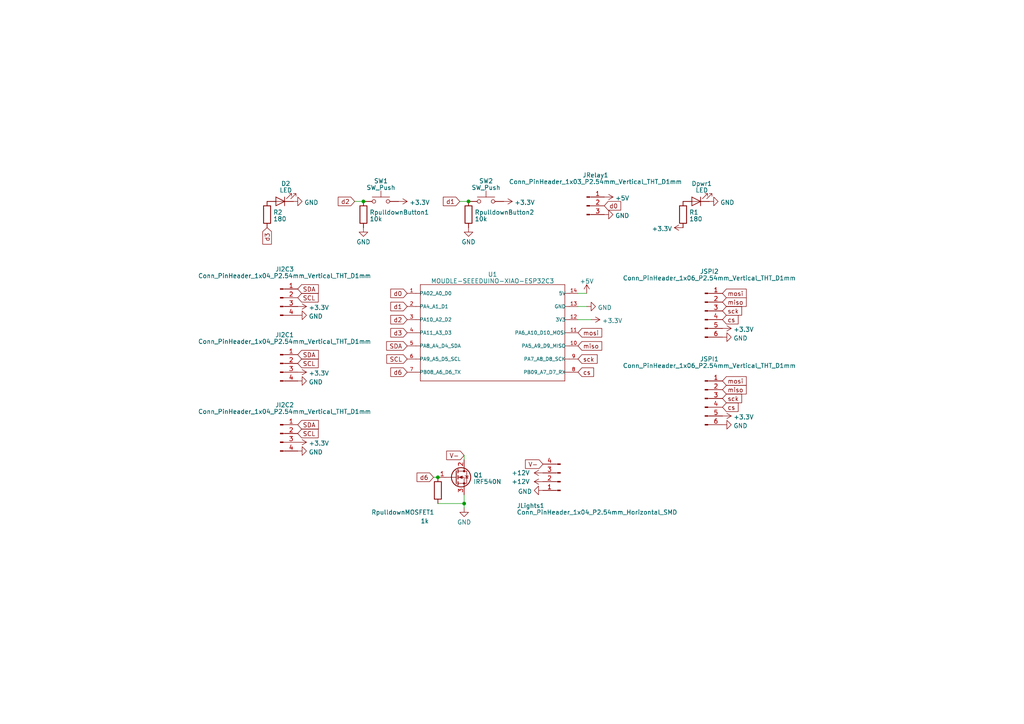
<source format=kicad_sch>
(kicad_sch (version 20230121) (generator eeschema)

  (uuid 101726dd-a3a5-433f-aa7f-ad2dca96ec31)

  (paper "A4")

  (title_block
    (title "ESP32C3 Mosquito Electric")
    (date "2023-03-05")
    (rev "v0.1")
    (company "Mosquito OS")
    (comment 1 "author: Dorian Somers")
    (comment 2 "licence: CERN OHL v2.0")
  )

  (lib_symbols
    (symbol "Switch:SW_Push" (pin_numbers hide) (pin_names (offset 1.016) hide) (in_bom yes) (on_board yes)
      (property "Reference" "SW" (at 1.27 2.54 0)
        (effects (font (size 1.27 1.27)) (justify left))
      )
      (property "Value" "SW_Push" (at 0 -1.524 0)
        (effects (font (size 1.27 1.27)))
      )
      (property "Footprint" "" (at 0 5.08 0)
        (effects (font (size 1.27 1.27)) hide)
      )
      (property "Datasheet" "~" (at 0 5.08 0)
        (effects (font (size 1.27 1.27)) hide)
      )
      (property "ki_keywords" "switch normally-open pushbutton push-button" (at 0 0 0)
        (effects (font (size 1.27 1.27)) hide)
      )
      (property "ki_description" "Push button switch, generic, two pins" (at 0 0 0)
        (effects (font (size 1.27 1.27)) hide)
      )
      (symbol "SW_Push_0_1"
        (circle (center -2.032 0) (radius 0.508)
          (stroke (width 0) (type default))
          (fill (type none))
        )
        (polyline
          (pts
            (xy 0 1.27)
            (xy 0 3.048)
          )
          (stroke (width 0) (type default))
          (fill (type none))
        )
        (polyline
          (pts
            (xy 2.54 1.27)
            (xy -2.54 1.27)
          )
          (stroke (width 0) (type default))
          (fill (type none))
        )
        (circle (center 2.032 0) (radius 0.508)
          (stroke (width 0) (type default))
          (fill (type none))
        )
        (pin passive line (at -5.08 0 0) (length 2.54)
          (name "1" (effects (font (size 1.27 1.27))))
          (number "1" (effects (font (size 1.27 1.27))))
        )
        (pin passive line (at 5.08 0 180) (length 2.54)
          (name "2" (effects (font (size 1.27 1.27))))
          (number "2" (effects (font (size 1.27 1.27))))
        )
      )
    )
    (symbol "Transistor_FET:IRF540N" (pin_names hide) (in_bom yes) (on_board yes)
      (property "Reference" "Q" (at 6.35 1.905 0)
        (effects (font (size 1.27 1.27)) (justify left))
      )
      (property "Value" "IRF540N" (at 6.35 0 0)
        (effects (font (size 1.27 1.27)) (justify left))
      )
      (property "Footprint" "Package_TO_SOT_THT:TO-220-3_Vertical" (at 6.35 -1.905 0)
        (effects (font (size 1.27 1.27) italic) (justify left) hide)
      )
      (property "Datasheet" "http://www.irf.com/product-info/datasheets/data/irf540n.pdf" (at 0 0 0)
        (effects (font (size 1.27 1.27)) (justify left) hide)
      )
      (property "ki_keywords" "HEXFET N-Channel MOSFET" (at 0 0 0)
        (effects (font (size 1.27 1.27)) hide)
      )
      (property "ki_description" "33A Id, 100V Vds, HEXFET N-Channel MOSFET, TO-220" (at 0 0 0)
        (effects (font (size 1.27 1.27)) hide)
      )
      (property "ki_fp_filters" "TO?220*" (at 0 0 0)
        (effects (font (size 1.27 1.27)) hide)
      )
      (symbol "IRF540N_0_1"
        (polyline
          (pts
            (xy 0.254 0)
            (xy -2.54 0)
          )
          (stroke (width 0) (type default))
          (fill (type none))
        )
        (polyline
          (pts
            (xy 0.254 1.905)
            (xy 0.254 -1.905)
          )
          (stroke (width 0.254) (type default))
          (fill (type none))
        )
        (polyline
          (pts
            (xy 0.762 -1.27)
            (xy 0.762 -2.286)
          )
          (stroke (width 0.254) (type default))
          (fill (type none))
        )
        (polyline
          (pts
            (xy 0.762 0.508)
            (xy 0.762 -0.508)
          )
          (stroke (width 0.254) (type default))
          (fill (type none))
        )
        (polyline
          (pts
            (xy 0.762 2.286)
            (xy 0.762 1.27)
          )
          (stroke (width 0.254) (type default))
          (fill (type none))
        )
        (polyline
          (pts
            (xy 2.54 2.54)
            (xy 2.54 1.778)
          )
          (stroke (width 0) (type default))
          (fill (type none))
        )
        (polyline
          (pts
            (xy 2.54 -2.54)
            (xy 2.54 0)
            (xy 0.762 0)
          )
          (stroke (width 0) (type default))
          (fill (type none))
        )
        (polyline
          (pts
            (xy 0.762 -1.778)
            (xy 3.302 -1.778)
            (xy 3.302 1.778)
            (xy 0.762 1.778)
          )
          (stroke (width 0) (type default))
          (fill (type none))
        )
        (polyline
          (pts
            (xy 1.016 0)
            (xy 2.032 0.381)
            (xy 2.032 -0.381)
            (xy 1.016 0)
          )
          (stroke (width 0) (type default))
          (fill (type outline))
        )
        (polyline
          (pts
            (xy 2.794 0.508)
            (xy 2.921 0.381)
            (xy 3.683 0.381)
            (xy 3.81 0.254)
          )
          (stroke (width 0) (type default))
          (fill (type none))
        )
        (polyline
          (pts
            (xy 3.302 0.381)
            (xy 2.921 -0.254)
            (xy 3.683 -0.254)
            (xy 3.302 0.381)
          )
          (stroke (width 0) (type default))
          (fill (type none))
        )
        (circle (center 1.651 0) (radius 2.794)
          (stroke (width 0.254) (type default))
          (fill (type none))
        )
        (circle (center 2.54 -1.778) (radius 0.254)
          (stroke (width 0) (type default))
          (fill (type outline))
        )
        (circle (center 2.54 1.778) (radius 0.254)
          (stroke (width 0) (type default))
          (fill (type outline))
        )
      )
      (symbol "IRF540N_1_1"
        (pin input line (at -5.08 0 0) (length 2.54)
          (name "G" (effects (font (size 1.27 1.27))))
          (number "1" (effects (font (size 1.27 1.27))))
        )
        (pin passive line (at 2.54 5.08 270) (length 2.54)
          (name "D" (effects (font (size 1.27 1.27))))
          (number "2" (effects (font (size 1.27 1.27))))
        )
        (pin passive line (at 2.54 -5.08 90) (length 2.54)
          (name "S" (effects (font (size 1.27 1.27))))
          (number "3" (effects (font (size 1.27 1.27))))
        )
      )
    )
    (symbol "fab:Conn_PinHeader_1x03_P2.54mm_Vertical_THT_D1mm" (pin_names (offset 1.016) hide) (in_bom yes) (on_board yes)
      (property "Reference" "J" (at 0 5.08 0)
        (effects (font (size 1.27 1.27)))
      )
      (property "Value" "Conn_PinHeader_1x03_P2.54mm_Vertical_THT_D1mm" (at 0 -5.08 0)
        (effects (font (size 1.27 1.27)))
      )
      (property "Footprint" "fab:PinHeader_1x03_P2.54mm_Vertical_THT_D1mm" (at 0 0 0)
        (effects (font (size 1.27 1.27)) hide)
      )
      (property "Datasheet" "~" (at 0 0 0)
        (effects (font (size 1.27 1.27)) hide)
      )
      (property "ki_keywords" "single row male connector" (at 0 0 0)
        (effects (font (size 1.27 1.27)) hide)
      )
      (property "ki_description" "Male connector, single row" (at 0 0 0)
        (effects (font (size 1.27 1.27)) hide)
      )
      (property "ki_fp_filters" "fab:*Header_SMD_01x??_*" (at 0 0 0)
        (effects (font (size 1.27 1.27)) hide)
      )
      (symbol "Conn_PinHeader_1x03_P2.54mm_Vertical_THT_D1mm_1_1"
        (polyline
          (pts
            (xy 1.27 -2.54)
            (xy 0.8636 -2.54)
          )
          (stroke (width 0.1524) (type solid))
          (fill (type none))
        )
        (polyline
          (pts
            (xy 1.27 0)
            (xy 0.8636 0)
          )
          (stroke (width 0.1524) (type solid))
          (fill (type none))
        )
        (polyline
          (pts
            (xy 1.27 2.54)
            (xy 0.8636 2.54)
          )
          (stroke (width 0.1524) (type solid))
          (fill (type none))
        )
        (rectangle (start 0.8636 -2.413) (end 0 -2.667)
          (stroke (width 0.1524) (type solid))
          (fill (type outline))
        )
        (rectangle (start 0.8636 0.127) (end 0 -0.127)
          (stroke (width 0.1524) (type solid))
          (fill (type outline))
        )
        (rectangle (start 0.8636 2.667) (end 0 2.413)
          (stroke (width 0.1524) (type solid))
          (fill (type outline))
        )
        (pin passive line (at 5.08 2.54 180) (length 3.81)
          (name "Pin_1" (effects (font (size 1.27 1.27))))
          (number "1" (effects (font (size 1.27 1.27))))
        )
        (pin passive line (at 5.08 0 180) (length 3.81)
          (name "Pin_2" (effects (font (size 1.27 1.27))))
          (number "2" (effects (font (size 1.27 1.27))))
        )
        (pin passive line (at 5.08 -2.54 180) (length 3.81)
          (name "Pin_3" (effects (font (size 1.27 1.27))))
          (number "3" (effects (font (size 1.27 1.27))))
        )
      )
    )
    (symbol "fab:Conn_PinHeader_1x04_P2.54mm_Horizontal_SMD" (pin_names (offset 1.016) hide) (in_bom yes) (on_board yes)
      (property "Reference" "J" (at 0 5.08 0)
        (effects (font (size 1.27 1.27)))
      )
      (property "Value" "Conn_PinHeader_1x04_P2.54mm_Horizontal_SMD" (at 0 -7.62 0)
        (effects (font (size 1.27 1.27)))
      )
      (property "Footprint" "fab:PinHeader_1x04_P2.54mm_Horizontal_SMD" (at 0 0 0)
        (effects (font (size 1.27 1.27)) hide)
      )
      (property "Datasheet" "~" (at 0 0 0)
        (effects (font (size 1.27 1.27)) hide)
      )
      (property "ki_keywords" "single row male connector" (at 0 0 0)
        (effects (font (size 1.27 1.27)) hide)
      )
      (property "ki_description" "Male connector, single row" (at 0 0 0)
        (effects (font (size 1.27 1.27)) hide)
      )
      (property "ki_fp_filters" "fab:*Header_SMD_01x??_*" (at 0 0 0)
        (effects (font (size 1.27 1.27)) hide)
      )
      (symbol "Conn_PinHeader_1x04_P2.54mm_Horizontal_SMD_1_1"
        (polyline
          (pts
            (xy 1.27 -5.08)
            (xy 0.8636 -5.08)
          )
          (stroke (width 0.1524) (type solid))
          (fill (type none))
        )
        (polyline
          (pts
            (xy 1.27 -2.54)
            (xy 0.8636 -2.54)
          )
          (stroke (width 0.1524) (type solid))
          (fill (type none))
        )
        (polyline
          (pts
            (xy 1.27 0)
            (xy 0.8636 0)
          )
          (stroke (width 0.1524) (type solid))
          (fill (type none))
        )
        (polyline
          (pts
            (xy 1.27 2.54)
            (xy 0.8636 2.54)
          )
          (stroke (width 0.1524) (type solid))
          (fill (type none))
        )
        (rectangle (start 0.8636 -4.953) (end 0 -5.207)
          (stroke (width 0.1524) (type solid))
          (fill (type outline))
        )
        (rectangle (start 0.8636 -2.413) (end 0 -2.667)
          (stroke (width 0.1524) (type solid))
          (fill (type outline))
        )
        (rectangle (start 0.8636 0.127) (end 0 -0.127)
          (stroke (width 0.1524) (type solid))
          (fill (type outline))
        )
        (rectangle (start 0.8636 2.667) (end 0 2.413)
          (stroke (width 0.1524) (type solid))
          (fill (type outline))
        )
        (pin passive line (at 5.08 2.54 180) (length 3.81)
          (name "Pin_1" (effects (font (size 1.27 1.27))))
          (number "1" (effects (font (size 1.27 1.27))))
        )
        (pin passive line (at 5.08 0 180) (length 3.81)
          (name "Pin_2" (effects (font (size 1.27 1.27))))
          (number "2" (effects (font (size 1.27 1.27))))
        )
        (pin passive line (at 5.08 -2.54 180) (length 3.81)
          (name "Pin_3" (effects (font (size 1.27 1.27))))
          (number "3" (effects (font (size 1.27 1.27))))
        )
        (pin passive line (at 5.08 -5.08 180) (length 3.81)
          (name "Pin_4" (effects (font (size 1.27 1.27))))
          (number "4" (effects (font (size 1.27 1.27))))
        )
      )
    )
    (symbol "fab:Conn_PinHeader_1x04_P2.54mm_Vertical_THT_D1mm" (pin_names (offset 1.016) hide) (in_bom yes) (on_board yes)
      (property "Reference" "J" (at 0 5.08 0)
        (effects (font (size 1.27 1.27)))
      )
      (property "Value" "Conn_PinHeader_1x04_P2.54mm_Vertical_THT_D1mm" (at 0 -7.62 0)
        (effects (font (size 1.27 1.27)))
      )
      (property "Footprint" "fab:PinHeader_1x04_P2.54mm_Vertical_THT_D1mm" (at 0 0 0)
        (effects (font (size 1.27 1.27)) hide)
      )
      (property "Datasheet" "~" (at 0 0 0)
        (effects (font (size 1.27 1.27)) hide)
      )
      (property "ki_keywords" "single row male connector" (at 0 0 0)
        (effects (font (size 1.27 1.27)) hide)
      )
      (property "ki_description" "Male connector, single row" (at 0 0 0)
        (effects (font (size 1.27 1.27)) hide)
      )
      (property "ki_fp_filters" "fab:*Header_SMD_01x??_*" (at 0 0 0)
        (effects (font (size 1.27 1.27)) hide)
      )
      (symbol "Conn_PinHeader_1x04_P2.54mm_Vertical_THT_D1mm_1_1"
        (polyline
          (pts
            (xy 1.27 -5.08)
            (xy 0.8636 -5.08)
          )
          (stroke (width 0.1524) (type solid))
          (fill (type none))
        )
        (polyline
          (pts
            (xy 1.27 -2.54)
            (xy 0.8636 -2.54)
          )
          (stroke (width 0.1524) (type solid))
          (fill (type none))
        )
        (polyline
          (pts
            (xy 1.27 0)
            (xy 0.8636 0)
          )
          (stroke (width 0.1524) (type solid))
          (fill (type none))
        )
        (polyline
          (pts
            (xy 1.27 2.54)
            (xy 0.8636 2.54)
          )
          (stroke (width 0.1524) (type solid))
          (fill (type none))
        )
        (rectangle (start 0.8636 -4.953) (end 0 -5.207)
          (stroke (width 0.1524) (type solid))
          (fill (type outline))
        )
        (rectangle (start 0.8636 -2.413) (end 0 -2.667)
          (stroke (width 0.1524) (type solid))
          (fill (type outline))
        )
        (rectangle (start 0.8636 0.127) (end 0 -0.127)
          (stroke (width 0.1524) (type solid))
          (fill (type outline))
        )
        (rectangle (start 0.8636 2.667) (end 0 2.413)
          (stroke (width 0.1524) (type solid))
          (fill (type outline))
        )
        (pin passive line (at 5.08 2.54 180) (length 3.81)
          (name "Pin_1" (effects (font (size 1.27 1.27))))
          (number "1" (effects (font (size 1.27 1.27))))
        )
        (pin passive line (at 5.08 0 180) (length 3.81)
          (name "Pin_2" (effects (font (size 1.27 1.27))))
          (number "2" (effects (font (size 1.27 1.27))))
        )
        (pin passive line (at 5.08 -2.54 180) (length 3.81)
          (name "Pin_3" (effects (font (size 1.27 1.27))))
          (number "3" (effects (font (size 1.27 1.27))))
        )
        (pin passive line (at 5.08 -5.08 180) (length 3.81)
          (name "Pin_4" (effects (font (size 1.27 1.27))))
          (number "4" (effects (font (size 1.27 1.27))))
        )
      )
    )
    (symbol "fab:Conn_PinHeader_1x06_P2.54mm_Vertical_THT_D1mm" (pin_names (offset 1.016) hide) (in_bom yes) (on_board yes)
      (property "Reference" "J" (at 0 7.62 0)
        (effects (font (size 1.27 1.27)))
      )
      (property "Value" "Conn_PinHeader_1x06_P2.54mm_Vertical_THT_D1mm" (at 0 -10.16 0)
        (effects (font (size 1.27 1.27)))
      )
      (property "Footprint" "fab:PinHeader_1x06_P2.54mm_Vertical_THT_D1mm" (at 0 0 0)
        (effects (font (size 1.27 1.27)) hide)
      )
      (property "Datasheet" "https://media.digikey.com/PDF/Data%20Sheets/Sullins%20PDFs/xRxCzzzSxxN-RC_ST_11635-B.pdf" (at 0 0 0)
        (effects (font (size 1.27 1.27)) hide)
      )
      (property "ki_keywords" "connector" (at 0 0 0)
        (effects (font (size 1.27 1.27)) hide)
      )
      (property "ki_description" "Connector Header Through Hole 6 positions 0.100\" (2.54mm)" (at 0 0 0)
        (effects (font (size 1.27 1.27)) hide)
      )
      (property "ki_fp_filters" "Connector*:*_1x??_*" (at 0 0 0)
        (effects (font (size 1.27 1.27)) hide)
      )
      (symbol "Conn_PinHeader_1x06_P2.54mm_Vertical_THT_D1mm_1_1"
        (polyline
          (pts
            (xy 1.27 -7.62)
            (xy 0.8636 -7.62)
          )
          (stroke (width 0.1524) (type solid))
          (fill (type none))
        )
        (polyline
          (pts
            (xy 1.27 -5.08)
            (xy 0.8636 -5.08)
          )
          (stroke (width 0.1524) (type solid))
          (fill (type none))
        )
        (polyline
          (pts
            (xy 1.27 -2.54)
            (xy 0.8636 -2.54)
          )
          (stroke (width 0.1524) (type solid))
          (fill (type none))
        )
        (polyline
          (pts
            (xy 1.27 0)
            (xy 0.8636 0)
          )
          (stroke (width 0.1524) (type solid))
          (fill (type none))
        )
        (polyline
          (pts
            (xy 1.27 2.54)
            (xy 0.8636 2.54)
          )
          (stroke (width 0.1524) (type solid))
          (fill (type none))
        )
        (polyline
          (pts
            (xy 1.27 5.08)
            (xy 0.8636 5.08)
          )
          (stroke (width 0.1524) (type solid))
          (fill (type none))
        )
        (rectangle (start 0.8636 -7.493) (end 0 -7.747)
          (stroke (width 0.1524) (type solid))
          (fill (type outline))
        )
        (rectangle (start 0.8636 -4.953) (end 0 -5.207)
          (stroke (width 0.1524) (type solid))
          (fill (type outline))
        )
        (rectangle (start 0.8636 -2.413) (end 0 -2.667)
          (stroke (width 0.1524) (type solid))
          (fill (type outline))
        )
        (rectangle (start 0.8636 0.127) (end 0 -0.127)
          (stroke (width 0.1524) (type solid))
          (fill (type outline))
        )
        (rectangle (start 0.8636 2.667) (end 0 2.413)
          (stroke (width 0.1524) (type solid))
          (fill (type outline))
        )
        (rectangle (start 0.8636 5.207) (end 0 4.953)
          (stroke (width 0.1524) (type solid))
          (fill (type outline))
        )
        (pin passive line (at 5.08 5.08 180) (length 3.81)
          (name "Pin_1" (effects (font (size 1.27 1.27))))
          (number "1" (effects (font (size 1.27 1.27))))
        )
        (pin passive line (at 5.08 2.54 180) (length 3.81)
          (name "Pin_2" (effects (font (size 1.27 1.27))))
          (number "2" (effects (font (size 1.27 1.27))))
        )
        (pin passive line (at 5.08 0 180) (length 3.81)
          (name "Pin_3" (effects (font (size 1.27 1.27))))
          (number "3" (effects (font (size 1.27 1.27))))
        )
        (pin passive line (at 5.08 -2.54 180) (length 3.81)
          (name "Pin_4" (effects (font (size 1.27 1.27))))
          (number "4" (effects (font (size 1.27 1.27))))
        )
        (pin passive line (at 5.08 -5.08 180) (length 3.81)
          (name "Pin_5" (effects (font (size 1.27 1.27))))
          (number "5" (effects (font (size 1.27 1.27))))
        )
        (pin passive line (at 5.08 -7.62 180) (length 3.81)
          (name "Pin_6" (effects (font (size 1.27 1.27))))
          (number "6" (effects (font (size 1.27 1.27))))
        )
      )
    )
    (symbol "fab:LED" (pin_numbers hide) (pin_names (offset 1.016) hide) (in_bom yes) (on_board yes)
      (property "Reference" "D" (at 0 2.54 0)
        (effects (font (size 1.27 1.27)))
      )
      (property "Value" "LED" (at 0 -2.54 0)
        (effects (font (size 1.27 1.27)))
      )
      (property "Footprint" "fab:LED_1206" (at 0 0 0)
        (effects (font (size 1.27 1.27)) hide)
      )
      (property "Datasheet" "https://optoelectronics.liteon.com/upload/download/DS-22-98-0002/LTST-C150CKT.pdf" (at 0 0 0)
        (effects (font (size 1.27 1.27)) hide)
      )
      (property "ki_keywords" "LED diode 1206" (at 0 0 0)
        (effects (font (size 1.27 1.27)) hide)
      )
      (property "ki_description" "Light emitting diode, Lite-On Inc. LTST" (at 0 0 0)
        (effects (font (size 1.27 1.27)) hide)
      )
      (property "ki_fp_filters" "LED_*" (at 0 0 0)
        (effects (font (size 1.27 1.27)) hide)
      )
      (symbol "LED_0_1"
        (polyline
          (pts
            (xy -1.27 -1.27)
            (xy -1.27 1.27)
          )
          (stroke (width 0.2032) (type solid))
          (fill (type none))
        )
        (polyline
          (pts
            (xy -1.27 0)
            (xy 1.27 0)
          )
          (stroke (width 0) (type solid))
          (fill (type none))
        )
        (polyline
          (pts
            (xy 1.27 -1.27)
            (xy 1.27 1.27)
            (xy -1.27 0)
            (xy 1.27 -1.27)
          )
          (stroke (width 0.2032) (type solid))
          (fill (type none))
        )
        (polyline
          (pts
            (xy -3.048 -0.762)
            (xy -4.572 -2.286)
            (xy -3.81 -2.286)
            (xy -4.572 -2.286)
            (xy -4.572 -1.524)
          )
          (stroke (width 0) (type solid))
          (fill (type none))
        )
        (polyline
          (pts
            (xy -1.778 -0.762)
            (xy -3.302 -2.286)
            (xy -2.54 -2.286)
            (xy -3.302 -2.286)
            (xy -3.302 -1.524)
          )
          (stroke (width 0) (type solid))
          (fill (type none))
        )
      )
      (symbol "LED_1_1"
        (pin passive line (at -3.81 0 0) (length 2.54)
          (name "K" (effects (font (size 1.27 1.27))))
          (number "1" (effects (font (size 1.27 1.27))))
        )
        (pin passive line (at 3.81 0 180) (length 2.54)
          (name "A" (effects (font (size 1.27 1.27))))
          (number "2" (effects (font (size 1.27 1.27))))
        )
      )
    )
    (symbol "fab:R" (pin_numbers hide) (pin_names (offset 0)) (in_bom yes) (on_board yes)
      (property "Reference" "R" (at 2.032 0 90)
        (effects (font (size 1.27 1.27)))
      )
      (property "Value" "R" (at 0 0 90)
        (effects (font (size 1.27 1.27)))
      )
      (property "Footprint" "fab:R_1206" (at -1.778 0 90)
        (effects (font (size 1.27 1.27)) hide)
      )
      (property "Datasheet" "~" (at 0 0 0)
        (effects (font (size 1.27 1.27)) hide)
      )
      (property "ki_keywords" "R res resistor" (at 0 0 0)
        (effects (font (size 1.27 1.27)) hide)
      )
      (property "ki_description" "Resistor" (at 0 0 0)
        (effects (font (size 1.27 1.27)) hide)
      )
      (property "ki_fp_filters" "R_*" (at 0 0 0)
        (effects (font (size 1.27 1.27)) hide)
      )
      (symbol "R_0_1"
        (rectangle (start -1.016 -2.54) (end 1.016 2.54)
          (stroke (width 0.254) (type solid))
          (fill (type none))
        )
      )
      (symbol "R_1_1"
        (pin passive line (at 0 3.81 270) (length 1.27)
          (name "~" (effects (font (size 1.27 1.27))))
          (number "1" (effects (font (size 1.27 1.27))))
        )
        (pin passive line (at 0 -3.81 90) (length 1.27)
          (name "~" (effects (font (size 1.27 1.27))))
          (number "2" (effects (font (size 1.27 1.27))))
        )
      )
    )
    (symbol "power:+12V" (power) (pin_names (offset 0)) (in_bom yes) (on_board yes)
      (property "Reference" "#PWR" (at 0 -3.81 0)
        (effects (font (size 1.27 1.27)) hide)
      )
      (property "Value" "+12V" (at 0 3.556 0)
        (effects (font (size 1.27 1.27)))
      )
      (property "Footprint" "" (at 0 0 0)
        (effects (font (size 1.27 1.27)) hide)
      )
      (property "Datasheet" "" (at 0 0 0)
        (effects (font (size 1.27 1.27)) hide)
      )
      (property "ki_keywords" "global power" (at 0 0 0)
        (effects (font (size 1.27 1.27)) hide)
      )
      (property "ki_description" "Power symbol creates a global label with name \"+12V\"" (at 0 0 0)
        (effects (font (size 1.27 1.27)) hide)
      )
      (symbol "+12V_0_1"
        (polyline
          (pts
            (xy -0.762 1.27)
            (xy 0 2.54)
          )
          (stroke (width 0) (type default))
          (fill (type none))
        )
        (polyline
          (pts
            (xy 0 0)
            (xy 0 2.54)
          )
          (stroke (width 0) (type default))
          (fill (type none))
        )
        (polyline
          (pts
            (xy 0 2.54)
            (xy 0.762 1.27)
          )
          (stroke (width 0) (type default))
          (fill (type none))
        )
      )
      (symbol "+12V_1_1"
        (pin power_in line (at 0 0 90) (length 0) hide
          (name "+12V" (effects (font (size 1.27 1.27))))
          (number "1" (effects (font (size 1.27 1.27))))
        )
      )
    )
    (symbol "power:+3.3V" (power) (pin_names (offset 0)) (in_bom yes) (on_board yes)
      (property "Reference" "#PWR" (at 0 -3.81 0)
        (effects (font (size 1.27 1.27)) hide)
      )
      (property "Value" "+3.3V" (at 0 3.556 0)
        (effects (font (size 1.27 1.27)))
      )
      (property "Footprint" "" (at 0 0 0)
        (effects (font (size 1.27 1.27)) hide)
      )
      (property "Datasheet" "" (at 0 0 0)
        (effects (font (size 1.27 1.27)) hide)
      )
      (property "ki_keywords" "global power" (at 0 0 0)
        (effects (font (size 1.27 1.27)) hide)
      )
      (property "ki_description" "Power symbol creates a global label with name \"+3.3V\"" (at 0 0 0)
        (effects (font (size 1.27 1.27)) hide)
      )
      (symbol "+3.3V_0_1"
        (polyline
          (pts
            (xy -0.762 1.27)
            (xy 0 2.54)
          )
          (stroke (width 0) (type default))
          (fill (type none))
        )
        (polyline
          (pts
            (xy 0 0)
            (xy 0 2.54)
          )
          (stroke (width 0) (type default))
          (fill (type none))
        )
        (polyline
          (pts
            (xy 0 2.54)
            (xy 0.762 1.27)
          )
          (stroke (width 0) (type default))
          (fill (type none))
        )
      )
      (symbol "+3.3V_1_1"
        (pin power_in line (at 0 0 90) (length 0) hide
          (name "+3.3V" (effects (font (size 1.27 1.27))))
          (number "1" (effects (font (size 1.27 1.27))))
        )
      )
    )
    (symbol "power:+5V" (power) (pin_names (offset 0)) (in_bom yes) (on_board yes)
      (property "Reference" "#PWR" (at 0 -3.81 0)
        (effects (font (size 1.27 1.27)) hide)
      )
      (property "Value" "+5V" (at 0 3.556 0)
        (effects (font (size 1.27 1.27)))
      )
      (property "Footprint" "" (at 0 0 0)
        (effects (font (size 1.27 1.27)) hide)
      )
      (property "Datasheet" "" (at 0 0 0)
        (effects (font (size 1.27 1.27)) hide)
      )
      (property "ki_keywords" "global power" (at 0 0 0)
        (effects (font (size 1.27 1.27)) hide)
      )
      (property "ki_description" "Power symbol creates a global label with name \"+5V\"" (at 0 0 0)
        (effects (font (size 1.27 1.27)) hide)
      )
      (symbol "+5V_0_1"
        (polyline
          (pts
            (xy -0.762 1.27)
            (xy 0 2.54)
          )
          (stroke (width 0) (type default))
          (fill (type none))
        )
        (polyline
          (pts
            (xy 0 0)
            (xy 0 2.54)
          )
          (stroke (width 0) (type default))
          (fill (type none))
        )
        (polyline
          (pts
            (xy 0 2.54)
            (xy 0.762 1.27)
          )
          (stroke (width 0) (type default))
          (fill (type none))
        )
      )
      (symbol "+5V_1_1"
        (pin power_in line (at 0 0 90) (length 0) hide
          (name "+5V" (effects (font (size 1.27 1.27))))
          (number "1" (effects (font (size 1.27 1.27))))
        )
      )
    )
    (symbol "power:GND" (power) (pin_names (offset 0)) (in_bom yes) (on_board yes)
      (property "Reference" "#PWR" (at 0 -6.35 0)
        (effects (font (size 1.27 1.27)) hide)
      )
      (property "Value" "GND" (at 0 -3.81 0)
        (effects (font (size 1.27 1.27)))
      )
      (property "Footprint" "" (at 0 0 0)
        (effects (font (size 1.27 1.27)) hide)
      )
      (property "Datasheet" "" (at 0 0 0)
        (effects (font (size 1.27 1.27)) hide)
      )
      (property "ki_keywords" "global power" (at 0 0 0)
        (effects (font (size 1.27 1.27)) hide)
      )
      (property "ki_description" "Power symbol creates a global label with name \"GND\" , ground" (at 0 0 0)
        (effects (font (size 1.27 1.27)) hide)
      )
      (symbol "GND_0_1"
        (polyline
          (pts
            (xy 0 0)
            (xy 0 -1.27)
            (xy 1.27 -1.27)
            (xy 0 -2.54)
            (xy -1.27 -1.27)
            (xy 0 -1.27)
          )
          (stroke (width 0) (type default))
          (fill (type none))
        )
      )
      (symbol "GND_1_1"
        (pin power_in line (at 0 0 270) (length 0) hide
          (name "GND" (effects (font (size 1.27 1.27))))
          (number "1" (effects (font (size 1.27 1.27))))
        )
      )
    )
    (symbol "xiaoesp32c3:MOUDLE-SEEEDUINO-XIAO-ESP32C3" (pin_names (offset 1.016)) (in_bom yes) (on_board yes)
      (property "Reference" "U" (at -21.59 15.24 0)
        (effects (font (size 1.27 1.27)) (justify left bottom))
      )
      (property "Value" "MOUDLE-SEEEDUINO-XIAO-ESP32C3" (at -21.59 13.97 0)
        (effects (font (size 1.27 1.27)) (justify left bottom))
      )
      (property "Footprint" "MOUDLE14P-SMD-2.54-21X17.8MM" (at 0 0 0)
        (effects (font (size 1.27 1.27)) (justify bottom) hide)
      )
      (property "Datasheet" "" (at 0 0 0)
        (effects (font (size 1.27 1.27)) hide)
      )
      (symbol "MOUDLE-SEEEDUINO-XIAO-ESP32C3_0_0"
        (polyline
          (pts
            (xy -21.59 -13.97)
            (xy -21.59 0)
          )
          (stroke (width 0.1524) (type default))
          (fill (type none))
        )
        (polyline
          (pts
            (xy -21.59 -11.43)
            (xy -22.86 -11.43)
          )
          (stroke (width 0.1524) (type default))
          (fill (type none))
        )
        (polyline
          (pts
            (xy -21.59 -7.62)
            (xy -22.86 -7.62)
          )
          (stroke (width 0.1524) (type default))
          (fill (type none))
        )
        (polyline
          (pts
            (xy -21.59 -3.81)
            (xy -22.86 -3.81)
          )
          (stroke (width 0.1524) (type default))
          (fill (type none))
        )
        (polyline
          (pts
            (xy -21.59 0)
            (xy -22.86 0)
          )
          (stroke (width 0.1524) (type default))
          (fill (type none))
        )
        (polyline
          (pts
            (xy -21.59 0)
            (xy -21.59 3.81)
          )
          (stroke (width 0.1524) (type default))
          (fill (type none))
        )
        (polyline
          (pts
            (xy -21.59 3.81)
            (xy -22.86 3.81)
          )
          (stroke (width 0.1524) (type default))
          (fill (type none))
        )
        (polyline
          (pts
            (xy -21.59 3.81)
            (xy -21.59 7.62)
          )
          (stroke (width 0.1524) (type default))
          (fill (type none))
        )
        (polyline
          (pts
            (xy -21.59 7.62)
            (xy -22.86 7.62)
          )
          (stroke (width 0.1524) (type default))
          (fill (type none))
        )
        (polyline
          (pts
            (xy -21.59 7.62)
            (xy -21.59 11.43)
          )
          (stroke (width 0.1524) (type default))
          (fill (type none))
        )
        (polyline
          (pts
            (xy -21.59 11.43)
            (xy -22.86 11.43)
          )
          (stroke (width 0.1524) (type default))
          (fill (type none))
        )
        (polyline
          (pts
            (xy -21.59 11.43)
            (xy -21.59 13.97)
          )
          (stroke (width 0.1524) (type default))
          (fill (type none))
        )
        (polyline
          (pts
            (xy -21.59 13.97)
            (xy 20.32 13.97)
          )
          (stroke (width 0.1524) (type default))
          (fill (type none))
        )
        (polyline
          (pts
            (xy 20.32 -13.97)
            (xy -21.59 -13.97)
          )
          (stroke (width 0.1524) (type default))
          (fill (type none))
        )
        (polyline
          (pts
            (xy 20.32 3.81)
            (xy 20.32 -13.97)
          )
          (stroke (width 0.1524) (type default))
          (fill (type none))
        )
        (polyline
          (pts
            (xy 20.32 7.62)
            (xy 20.32 3.81)
          )
          (stroke (width 0.1524) (type default))
          (fill (type none))
        )
        (polyline
          (pts
            (xy 20.32 11.43)
            (xy 20.32 7.62)
          )
          (stroke (width 0.1524) (type default))
          (fill (type none))
        )
        (polyline
          (pts
            (xy 20.32 13.97)
            (xy 20.32 11.43)
          )
          (stroke (width 0.1524) (type default))
          (fill (type none))
        )
        (polyline
          (pts
            (xy 21.59 -11.43)
            (xy 20.32 -11.43)
          )
          (stroke (width 0.1524) (type default))
          (fill (type none))
        )
        (polyline
          (pts
            (xy 21.59 -7.62)
            (xy 20.32 -7.62)
          )
          (stroke (width 0.1524) (type default))
          (fill (type none))
        )
        (polyline
          (pts
            (xy 21.59 -3.81)
            (xy 20.32 -3.81)
          )
          (stroke (width 0.1524) (type default))
          (fill (type none))
        )
        (polyline
          (pts
            (xy 21.59 0)
            (xy 20.32 0)
          )
          (stroke (width 0.1524) (type default))
          (fill (type none))
        )
        (polyline
          (pts
            (xy 21.59 3.81)
            (xy 20.32 3.81)
          )
          (stroke (width 0.1524) (type default))
          (fill (type none))
        )
        (polyline
          (pts
            (xy 21.59 7.62)
            (xy 20.32 7.62)
          )
          (stroke (width 0.1524) (type default))
          (fill (type none))
        )
        (polyline
          (pts
            (xy 21.59 11.43)
            (xy 20.32 11.43)
          )
          (stroke (width 0.1524) (type default))
          (fill (type none))
        )
        (pin bidirectional line (at -25.4 11.43 0) (length 2.54)
          (name "PA02_A0_D0" (effects (font (size 1.016 1.016))))
          (number "1" (effects (font (size 1.016 1.016))))
        )
        (pin bidirectional line (at 24.13 -3.81 180) (length 2.54)
          (name "PA5_A9_D9_MISO" (effects (font (size 1.016 1.016))))
          (number "10" (effects (font (size 1.016 1.016))))
        )
        (pin bidirectional line (at 24.13 0 180) (length 2.54)
          (name "PA6_A10_D10_MOSI" (effects (font (size 1.016 1.016))))
          (number "11" (effects (font (size 1.016 1.016))))
        )
        (pin bidirectional line (at 24.13 3.81 180) (length 2.54)
          (name "3V3" (effects (font (size 1.016 1.016))))
          (number "12" (effects (font (size 1.016 1.016))))
        )
        (pin bidirectional line (at 24.13 7.62 180) (length 2.54)
          (name "GND" (effects (font (size 1.016 1.016))))
          (number "13" (effects (font (size 1.016 1.016))))
        )
        (pin bidirectional line (at 24.13 11.43 180) (length 2.54)
          (name "5V" (effects (font (size 1.016 1.016))))
          (number "14" (effects (font (size 1.016 1.016))))
        )
        (pin bidirectional line (at -25.4 7.62 0) (length 2.54)
          (name "PA4_A1_D1" (effects (font (size 1.016 1.016))))
          (number "2" (effects (font (size 1.016 1.016))))
        )
        (pin bidirectional line (at -25.4 3.81 0) (length 2.54)
          (name "PA10_A2_D2" (effects (font (size 1.016 1.016))))
          (number "3" (effects (font (size 1.016 1.016))))
        )
        (pin bidirectional line (at -25.4 0 0) (length 2.54)
          (name "PA11_A3_D3" (effects (font (size 1.016 1.016))))
          (number "4" (effects (font (size 1.016 1.016))))
        )
        (pin bidirectional line (at -25.4 -3.81 0) (length 2.54)
          (name "PA8_A4_D4_SDA" (effects (font (size 1.016 1.016))))
          (number "5" (effects (font (size 1.016 1.016))))
        )
        (pin bidirectional line (at -25.4 -7.62 0) (length 2.54)
          (name "PA9_A5_D5_SCL" (effects (font (size 1.016 1.016))))
          (number "6" (effects (font (size 1.016 1.016))))
        )
        (pin bidirectional line (at -25.4 -11.43 0) (length 2.54)
          (name "PB08_A6_D6_TX" (effects (font (size 1.016 1.016))))
          (number "7" (effects (font (size 1.016 1.016))))
        )
        (pin bidirectional line (at 24.13 -11.43 180) (length 2.54)
          (name "PB09_A7_D7_RX" (effects (font (size 1.016 1.016))))
          (number "8" (effects (font (size 1.016 1.016))))
        )
        (pin bidirectional line (at 24.13 -7.62 180) (length 2.54)
          (name "PA7_A8_D8_SCK" (effects (font (size 1.016 1.016))))
          (number "9" (effects (font (size 1.016 1.016))))
        )
      )
    )
  )

  (junction (at 127 138.43) (diameter 0) (color 0 0 0 0)
    (uuid 1bc891e0-3408-45fb-8c31-3d5133f33b56)
  )
  (junction (at 105.41 58.42) (diameter 0) (color 0 0 0 0)
    (uuid 713f2a54-1bd6-4933-ac3b-7c039cfd04cc)
  )
  (junction (at 134.62 146.05) (diameter 0) (color 0 0 0 0)
    (uuid 81f36343-9fdb-46b9-bcb9-b03f1c1aa213)
  )
  (junction (at 135.89 58.42) (diameter 0) (color 0 0 0 0)
    (uuid a665ee48-8c67-47df-9a0b-a9757731a30f)
  )

  (wire (pts (xy 171.45 92.71) (xy 167.64 92.71))
    (stroke (width 0) (type default))
    (uuid 0e3a5d83-dbe8-409c-9508-180735f3e973)
  )
  (wire (pts (xy 170.18 85.09) (xy 167.64 85.09))
    (stroke (width 0) (type default))
    (uuid 13d0bf30-fadb-488c-bb2a-81d0447d4009)
  )
  (wire (pts (xy 125.73 138.43) (xy 127 138.43))
    (stroke (width 0) (type default))
    (uuid 6a959eba-20cd-4ca4-b684-a9b45fa55cd1)
  )
  (wire (pts (xy 134.62 147.32) (xy 134.62 146.05))
    (stroke (width 0) (type default))
    (uuid 96d3b668-2ba3-49c5-a8a7-1423f53f57ca)
  )
  (wire (pts (xy 127 146.05) (xy 134.62 146.05))
    (stroke (width 0) (type default))
    (uuid a234f721-7045-42d2-9a95-ad1269e2ef45)
  )
  (wire (pts (xy 133.35 58.42) (xy 135.89 58.42))
    (stroke (width 0) (type default))
    (uuid d4143348-ad2e-42cd-8f31-9ba0af0481f5)
  )
  (wire (pts (xy 170.18 88.9) (xy 167.64 88.9))
    (stroke (width 0) (type default))
    (uuid d891107d-b867-4cf8-8cf0-439e1bd2b035)
  )
  (wire (pts (xy 134.62 146.05) (xy 134.62 143.51))
    (stroke (width 0) (type default))
    (uuid eb4027d6-b6a1-414c-907f-7babeea0243a)
  )
  (wire (pts (xy 134.62 132.08) (xy 134.62 133.35))
    (stroke (width 0) (type default))
    (uuid eba74c38-20f2-4957-97e6-e7d61bdf7ab6)
  )
  (wire (pts (xy 102.87 58.42) (xy 105.41 58.42))
    (stroke (width 0) (type default))
    (uuid fdd8ebec-a8ec-4f98-a161-ed743d0b9840)
  )

  (global_label "miso" (shape input) (at 209.55 113.03 0) (fields_autoplaced)
    (effects (font (size 1.27 1.27)) (justify left))
    (uuid 00849967-f944-4d5a-afaf-ebb9bba8263a)
    (property "Intersheetrefs" "${INTERSHEET_REFS}" (at 216.931 113.03 0)
      (effects (font (size 1.27 1.27)) (justify left) hide)
    )
  )
  (global_label "miso" (shape input) (at 209.55 87.63 0) (fields_autoplaced)
    (effects (font (size 1.27 1.27)) (justify left))
    (uuid 2b7a32b3-5d75-4285-a971-a87a836fb402)
    (property "Intersheetrefs" "${INTERSHEET_REFS}" (at 216.931 87.63 0)
      (effects (font (size 1.27 1.27)) (justify left) hide)
    )
  )
  (global_label "cs" (shape input) (at 167.64 107.95 0) (fields_autoplaced)
    (effects (font (size 1.27 1.27)) (justify left))
    (uuid 382ec97e-f2f6-4565-8685-fdd17c3c9cb4)
    (property "Intersheetrefs" "${INTERSHEET_REFS}" (at 172.6625 107.95 0)
      (effects (font (size 1.27 1.27)) (justify left) hide)
    )
  )
  (global_label "SDA" (shape input) (at 86.36 123.19 0) (fields_autoplaced)
    (effects (font (size 1.27 1.27)) (justify left))
    (uuid 3836af54-0cea-43a9-92c1-de499e0a481a)
    (property "Intersheetrefs" "${INTERSHEET_REFS}" (at 92.8339 123.19 0)
      (effects (font (size 1.27 1.27)) (justify left) hide)
    )
  )
  (global_label "SCL" (shape input) (at 118.11 104.14 180) (fields_autoplaced)
    (effects (font (size 1.27 1.27)) (justify right))
    (uuid 3b5dea43-f7d7-4e4b-a9a5-39ceb5a7720a)
    (property "Intersheetrefs" "${INTERSHEET_REFS}" (at 111.6966 104.14 0)
      (effects (font (size 1.27 1.27)) (justify right) hide)
    )
  )
  (global_label "SDA" (shape input) (at 118.11 100.33 180) (fields_autoplaced)
    (effects (font (size 1.27 1.27)) (justify right))
    (uuid 449221b7-3020-480f-8e05-521742011c2c)
    (property "Intersheetrefs" "${INTERSHEET_REFS}" (at 111.6361 100.33 0)
      (effects (font (size 1.27 1.27)) (justify right) hide)
    )
  )
  (global_label "sck" (shape input) (at 209.55 115.57 0) (fields_autoplaced)
    (effects (font (size 1.27 1.27)) (justify left))
    (uuid 576b61d4-7951-48cc-a9c2-a3ba49ab574e)
    (property "Intersheetrefs" "${INTERSHEET_REFS}" (at 215.6006 115.57 0)
      (effects (font (size 1.27 1.27)) (justify left) hide)
    )
  )
  (global_label "d6" (shape input) (at 118.11 107.95 180) (fields_autoplaced)
    (effects (font (size 1.27 1.27)) (justify right))
    (uuid 5ab8fba0-e984-4784-b0cc-9785a0001630)
    (property "Intersheetrefs" "${INTERSHEET_REFS}" (at 112.8457 107.95 0)
      (effects (font (size 1.27 1.27)) (justify right) hide)
    )
  )
  (global_label "SDA" (shape input) (at 86.36 83.82 0) (fields_autoplaced)
    (effects (font (size 1.27 1.27)) (justify left))
    (uuid 5b0570d7-04c3-4dae-b0be-34231fe99dba)
    (property "Intersheetrefs" "${INTERSHEET_REFS}" (at 92.8339 83.82 0)
      (effects (font (size 1.27 1.27)) (justify left) hide)
    )
  )
  (global_label "mosi" (shape input) (at 167.64 96.52 0) (fields_autoplaced)
    (effects (font (size 1.27 1.27)) (justify left))
    (uuid 5d478795-6813-46d9-9068-c6375e852442)
    (property "Intersheetrefs" "${INTERSHEET_REFS}" (at 175.021 96.52 0)
      (effects (font (size 1.27 1.27)) (justify left) hide)
    )
  )
  (global_label "cs" (shape input) (at 209.55 118.11 0) (fields_autoplaced)
    (effects (font (size 1.27 1.27)) (justify left))
    (uuid 636d68d8-f444-46d8-810e-4c4771bb1b58)
    (property "Intersheetrefs" "${INTERSHEET_REFS}" (at 214.5725 118.11 0)
      (effects (font (size 1.27 1.27)) (justify left) hide)
    )
  )
  (global_label "d6" (shape input) (at 125.73 138.43 180) (fields_autoplaced)
    (effects (font (size 1.27 1.27)) (justify right))
    (uuid 6aefde4c-742a-48c0-8332-df2b21c5d57d)
    (property "Intersheetrefs" "${INTERSHEET_REFS}" (at 120.4657 138.43 0)
      (effects (font (size 1.27 1.27)) (justify right) hide)
    )
  )
  (global_label "SCL" (shape input) (at 86.36 125.73 0) (fields_autoplaced)
    (effects (font (size 1.27 1.27)) (justify left))
    (uuid 6dc9eb36-e1ff-485a-b74f-0a29e19e321c)
    (property "Intersheetrefs" "${INTERSHEET_REFS}" (at 92.7734 125.73 0)
      (effects (font (size 1.27 1.27)) (justify left) hide)
    )
  )
  (global_label "d2" (shape input) (at 102.87 58.42 180) (fields_autoplaced)
    (effects (font (size 1.27 1.27)) (justify right))
    (uuid 8259cd88-d634-43d9-b7ea-f6c46dcb9e30)
    (property "Intersheetrefs" "${INTERSHEET_REFS}" (at 97.6057 58.42 0)
      (effects (font (size 1.27 1.27)) (justify right) hide)
    )
  )
  (global_label "SCL" (shape input) (at 86.36 86.36 0) (fields_autoplaced)
    (effects (font (size 1.27 1.27)) (justify left))
    (uuid 8fafcecf-cc36-476c-ae15-192f793222bc)
    (property "Intersheetrefs" "${INTERSHEET_REFS}" (at 92.7734 86.36 0)
      (effects (font (size 1.27 1.27)) (justify left) hide)
    )
  )
  (global_label "sck" (shape input) (at 209.55 90.17 0) (fields_autoplaced)
    (effects (font (size 1.27 1.27)) (justify left))
    (uuid 9ae5d6b5-568b-4f89-aae2-4054d20afa44)
    (property "Intersheetrefs" "${INTERSHEET_REFS}" (at 215.6006 90.17 0)
      (effects (font (size 1.27 1.27)) (justify left) hide)
    )
  )
  (global_label "d3" (shape input) (at 77.47 66.04 270) (fields_autoplaced)
    (effects (font (size 1.27 1.27)) (justify right))
    (uuid 9f58f64c-bafe-4c9b-8da2-f0e6c0486e57)
    (property "Intersheetrefs" "${INTERSHEET_REFS}" (at 77.47 71.3043 90)
      (effects (font (size 1.27 1.27)) (justify right) hide)
    )
  )
  (global_label "miso" (shape input) (at 167.64 100.33 0) (fields_autoplaced)
    (effects (font (size 1.27 1.27)) (justify left))
    (uuid a1b25ab0-1501-4f9b-9fca-1bcb3dea479f)
    (property "Intersheetrefs" "${INTERSHEET_REFS}" (at 175.021 100.33 0)
      (effects (font (size 1.27 1.27)) (justify left) hide)
    )
  )
  (global_label "SDA" (shape input) (at 86.36 102.87 0) (fields_autoplaced)
    (effects (font (size 1.27 1.27)) (justify left))
    (uuid a22ec9b5-355c-4bba-987a-ff8da85ab485)
    (property "Intersheetrefs" "${INTERSHEET_REFS}" (at 92.8339 102.87 0)
      (effects (font (size 1.27 1.27)) (justify left) hide)
    )
  )
  (global_label "d1" (shape input) (at 118.11 88.9 180) (fields_autoplaced)
    (effects (font (size 1.27 1.27)) (justify right))
    (uuid b0232571-9fb9-4ed0-85d4-e65f43c191fd)
    (property "Intersheetrefs" "${INTERSHEET_REFS}" (at 112.8457 88.9 0)
      (effects (font (size 1.27 1.27)) (justify right) hide)
    )
  )
  (global_label "SCL" (shape input) (at 86.36 105.41 0) (fields_autoplaced)
    (effects (font (size 1.27 1.27)) (justify left))
    (uuid b048fb47-573e-4f8e-a0b5-c7ee6c86427f)
    (property "Intersheetrefs" "${INTERSHEET_REFS}" (at 92.7734 105.41 0)
      (effects (font (size 1.27 1.27)) (justify left) hide)
    )
  )
  (global_label "d2" (shape input) (at 118.11 92.71 180) (fields_autoplaced)
    (effects (font (size 1.27 1.27)) (justify right))
    (uuid bbe0d94c-232c-44d5-9d25-afea0513529c)
    (property "Intersheetrefs" "${INTERSHEET_REFS}" (at 112.8457 92.71 0)
      (effects (font (size 1.27 1.27)) (justify right) hide)
    )
  )
  (global_label "mosi" (shape input) (at 209.55 85.09 0) (fields_autoplaced)
    (effects (font (size 1.27 1.27)) (justify left))
    (uuid c5f5bee1-aff9-411e-bc84-2155c91f313b)
    (property "Intersheetrefs" "${INTERSHEET_REFS}" (at 216.931 85.09 0)
      (effects (font (size 1.27 1.27)) (justify left) hide)
    )
  )
  (global_label "cs" (shape input) (at 209.55 92.71 0) (fields_autoplaced)
    (effects (font (size 1.27 1.27)) (justify left))
    (uuid c61efc15-b99a-46d0-8e9e-b9142ce48ac6)
    (property "Intersheetrefs" "${INTERSHEET_REFS}" (at 214.5725 92.71 0)
      (effects (font (size 1.27 1.27)) (justify left) hide)
    )
  )
  (global_label "d1" (shape input) (at 133.35 58.42 180) (fields_autoplaced)
    (effects (font (size 1.27 1.27)) (justify right))
    (uuid c83c42dd-2e85-4f04-a14f-96a51408d151)
    (property "Intersheetrefs" "${INTERSHEET_REFS}" (at 128.0857 58.42 0)
      (effects (font (size 1.27 1.27)) (justify right) hide)
    )
  )
  (global_label "d0" (shape input) (at 118.11 85.09 180) (fields_autoplaced)
    (effects (font (size 1.27 1.27)) (justify right))
    (uuid cd84973d-9c22-43a1-9a4e-fddf0f8d13b8)
    (property "Intersheetrefs" "${INTERSHEET_REFS}" (at 112.8457 85.09 0)
      (effects (font (size 1.27 1.27)) (justify right) hide)
    )
  )
  (global_label "sck" (shape input) (at 167.64 104.14 0) (fields_autoplaced)
    (effects (font (size 1.27 1.27)) (justify left))
    (uuid cf069e9b-d700-4e87-a0fd-da9facf14806)
    (property "Intersheetrefs" "${INTERSHEET_REFS}" (at 173.6906 104.14 0)
      (effects (font (size 1.27 1.27)) (justify left) hide)
    )
  )
  (global_label "V-" (shape input) (at 134.62 132.08 180) (fields_autoplaced)
    (effects (font (size 1.27 1.27)) (justify right))
    (uuid e6e5d087-dec7-4dce-a127-eed0ead8a921)
    (property "Intersheetrefs" "${INTERSHEET_REFS}" (at 129.0532 132.08 0)
      (effects (font (size 1.27 1.27)) (justify right) hide)
    )
  )
  (global_label "mosi" (shape input) (at 209.55 110.49 0) (fields_autoplaced)
    (effects (font (size 1.27 1.27)) (justify left))
    (uuid f194977a-fe9e-44b5-90ea-289ceaa48338)
    (property "Intersheetrefs" "${INTERSHEET_REFS}" (at 216.931 110.49 0)
      (effects (font (size 1.27 1.27)) (justify left) hide)
    )
  )
  (global_label "d0" (shape input) (at 175.26 59.69 0) (fields_autoplaced)
    (effects (font (size 1.27 1.27)) (justify left))
    (uuid f473ed93-e276-40b7-8d74-5d702224711f)
    (property "Intersheetrefs" "${INTERSHEET_REFS}" (at 180.5243 59.69 0)
      (effects (font (size 1.27 1.27)) (justify left) hide)
    )
  )
  (global_label "V-" (shape input) (at 157.48 134.62 180) (fields_autoplaced)
    (effects (font (size 1.27 1.27)) (justify right))
    (uuid f6265f3d-63f7-4e38-8adb-a815d56da9f2)
    (property "Intersheetrefs" "${INTERSHEET_REFS}" (at 151.9132 134.62 0)
      (effects (font (size 1.27 1.27)) (justify right) hide)
    )
  )
  (global_label "d3" (shape input) (at 118.11 96.52 180) (fields_autoplaced)
    (effects (font (size 1.27 1.27)) (justify right))
    (uuid fdc77a5c-0c92-4216-801c-4627e069748b)
    (property "Intersheetrefs" "${INTERSHEET_REFS}" (at 112.8457 96.52 0)
      (effects (font (size 1.27 1.27)) (justify right) hide)
    )
  )

  (symbol (lib_id "fab:LED") (at 81.28 58.42 180) (unit 1)
    (in_bom yes) (on_board yes) (dnp no) (fields_autoplaced)
    (uuid 01f7975b-5ae4-4478-ab47-58c80dd5d002)
    (property "Reference" "D2" (at 82.8802 53.2511 0)
      (effects (font (size 1.27 1.27)))
    )
    (property "Value" "LED" (at 82.8802 55.1721 0)
      (effects (font (size 1.27 1.27)))
    )
    (property "Footprint" "fab:LED_1206" (at 81.28 58.42 0)
      (effects (font (size 1.27 1.27)) hide)
    )
    (property "Datasheet" "https://optoelectronics.liteon.com/upload/download/DS-22-98-0002/LTST-C150CKT.pdf" (at 81.28 58.42 0)
      (effects (font (size 1.27 1.27)) hide)
    )
    (pin "1" (uuid e60f3e7f-d014-4a57-9c52-76364d6e374e))
    (pin "2" (uuid b59c81ef-cc50-4cfe-9cfe-f4f9c4fd31bc))
    (instances
      (project "final-project-board"
        (path "/101726dd-a3a5-433f-aa7f-ad2dca96ec31"
          (reference "D2") (unit 1)
        )
      )
    )
  )

  (symbol (lib_id "fab:Conn_PinHeader_1x04_P2.54mm_Vertical_THT_D1mm") (at 81.28 125.73 0) (unit 1)
    (in_bom yes) (on_board yes) (dnp no)
    (uuid 09a5d63e-4248-44b8-9b80-d652be365ec3)
    (property "Reference" "JI2C2" (at 82.55 117.459 0)
      (effects (font (size 1.27 1.27)))
    )
    (property "Value" "Conn_PinHeader_1x04_P2.54mm_Vertical_THT_D1mm" (at 82.55 119.38 0)
      (effects (font (size 1.27 1.27)))
    )
    (property "Footprint" "fab:PinHeader_1x04_P2.54mm_Vertical_THT_D1mm" (at 81.28 125.73 0)
      (effects (font (size 1.27 1.27)) hide)
    )
    (property "Datasheet" "~" (at 81.28 125.73 0)
      (effects (font (size 1.27 1.27)) hide)
    )
    (pin "1" (uuid 92525387-5555-42fd-9ce0-09876ce10a4f))
    (pin "2" (uuid c44f04f1-e644-49fc-8b20-0c9c90659321))
    (pin "3" (uuid 994d182b-b058-47a4-bdcd-6bb84992fab7))
    (pin "4" (uuid 487802f4-0818-4062-8862-6c0d14d36bb2))
    (instances
      (project "final-project-board"
        (path "/101726dd-a3a5-433f-aa7f-ad2dca96ec31"
          (reference "JI2C2") (unit 1)
        )
      )
    )
  )

  (symbol (lib_id "power:+5V") (at 170.18 85.09 0) (unit 1)
    (in_bom yes) (on_board yes) (dnp no) (fields_autoplaced)
    (uuid 0cce219f-48f9-4205-9e7a-863d6ebc2884)
    (property "Reference" "#PWR01" (at 170.18 88.9 0)
      (effects (font (size 1.27 1.27)) hide)
    )
    (property "Value" "+5V" (at 170.18 81.5881 0)
      (effects (font (size 1.27 1.27)))
    )
    (property "Footprint" "" (at 170.18 85.09 0)
      (effects (font (size 1.27 1.27)) hide)
    )
    (property "Datasheet" "" (at 170.18 85.09 0)
      (effects (font (size 1.27 1.27)) hide)
    )
    (pin "1" (uuid 40c2d9e6-6afc-41bf-9c8e-a21276077a8b))
    (instances
      (project "final-project-board"
        (path "/101726dd-a3a5-433f-aa7f-ad2dca96ec31"
          (reference "#PWR01") (unit 1)
        )
      )
    )
  )

  (symbol (lib_id "power:+3.3V") (at 209.55 120.65 270) (unit 1)
    (in_bom yes) (on_board yes) (dnp no) (fields_autoplaced)
    (uuid 1558e70e-1d32-42e8-b446-0c4ceeb2333e)
    (property "Reference" "#PWR021" (at 205.74 120.65 0)
      (effects (font (size 1.27 1.27)) hide)
    )
    (property "Value" "+3.3V" (at 212.725 120.9668 90)
      (effects (font (size 1.27 1.27)) (justify left))
    )
    (property "Footprint" "" (at 209.55 120.65 0)
      (effects (font (size 1.27 1.27)) hide)
    )
    (property "Datasheet" "" (at 209.55 120.65 0)
      (effects (font (size 1.27 1.27)) hide)
    )
    (pin "1" (uuid b02a495c-37f0-4419-b8af-41870e705cb9))
    (instances
      (project "final-project-board"
        (path "/101726dd-a3a5-433f-aa7f-ad2dca96ec31"
          (reference "#PWR021") (unit 1)
        )
      )
    )
  )

  (symbol (lib_id "power:+3.3V") (at 86.36 88.9 270) (unit 1)
    (in_bom yes) (on_board yes) (dnp no) (fields_autoplaced)
    (uuid 159d7bda-7f86-4fdf-b02f-2dfc08efdc72)
    (property "Reference" "#PWR013" (at 82.55 88.9 0)
      (effects (font (size 1.27 1.27)) hide)
    )
    (property "Value" "+3.3V" (at 89.535 89.2168 90)
      (effects (font (size 1.27 1.27)) (justify left))
    )
    (property "Footprint" "" (at 86.36 88.9 0)
      (effects (font (size 1.27 1.27)) hide)
    )
    (property "Datasheet" "" (at 86.36 88.9 0)
      (effects (font (size 1.27 1.27)) hide)
    )
    (pin "1" (uuid 6c1eb6dc-1f49-4bea-bc31-37d8ad4bb16c))
    (instances
      (project "final-project-board"
        (path "/101726dd-a3a5-433f-aa7f-ad2dca96ec31"
          (reference "#PWR013") (unit 1)
        )
      )
    )
  )

  (symbol (lib_id "power:GND") (at 209.55 97.79 90) (unit 1)
    (in_bom yes) (on_board yes) (dnp no) (fields_autoplaced)
    (uuid 1d642003-045d-4faf-8f2b-d4a824bbc544)
    (property "Reference" "#PWR020" (at 215.9 97.79 0)
      (effects (font (size 1.27 1.27)) hide)
    )
    (property "Value" "GND" (at 212.725 98.1068 90)
      (effects (font (size 1.27 1.27)) (justify right))
    )
    (property "Footprint" "" (at 209.55 97.79 0)
      (effects (font (size 1.27 1.27)) hide)
    )
    (property "Datasheet" "" (at 209.55 97.79 0)
      (effects (font (size 1.27 1.27)) hide)
    )
    (pin "1" (uuid 207fb2b7-a628-4905-96f7-04535269b26f))
    (instances
      (project "final-project-board"
        (path "/101726dd-a3a5-433f-aa7f-ad2dca96ec31"
          (reference "#PWR020") (unit 1)
        )
      )
    )
  )

  (symbol (lib_id "power:GND") (at 134.62 147.32 0) (unit 1)
    (in_bom yes) (on_board yes) (dnp no) (fields_autoplaced)
    (uuid 311f3ffa-f7d9-4352-8f30-28a26cf3fe17)
    (property "Reference" "#PWR025" (at 134.62 153.67 0)
      (effects (font (size 1.27 1.27)) hide)
    )
    (property "Value" "GND" (at 134.62 151.4555 0)
      (effects (font (size 1.27 1.27)))
    )
    (property "Footprint" "" (at 134.62 147.32 0)
      (effects (font (size 1.27 1.27)) hide)
    )
    (property "Datasheet" "" (at 134.62 147.32 0)
      (effects (font (size 1.27 1.27)) hide)
    )
    (pin "1" (uuid 86a43f0d-7a0a-4163-9358-1e85ce1baf1e))
    (instances
      (project "final-project-board"
        (path "/101726dd-a3a5-433f-aa7f-ad2dca96ec31"
          (reference "#PWR025") (unit 1)
        )
      )
    )
  )

  (symbol (lib_id "power:GND") (at 105.41 66.04 0) (unit 1)
    (in_bom yes) (on_board yes) (dnp no) (fields_autoplaced)
    (uuid 333c7a7f-eca0-4fc1-b66f-3ed4cb8d2ed2)
    (property "Reference" "#PWR08" (at 105.41 72.39 0)
      (effects (font (size 1.27 1.27)) hide)
    )
    (property "Value" "GND" (at 105.41 70.1755 0)
      (effects (font (size 1.27 1.27)))
    )
    (property "Footprint" "" (at 105.41 66.04 0)
      (effects (font (size 1.27 1.27)) hide)
    )
    (property "Datasheet" "" (at 105.41 66.04 0)
      (effects (font (size 1.27 1.27)) hide)
    )
    (pin "1" (uuid bf782ce3-82b5-43be-8caa-c3e968d0fabd))
    (instances
      (project "final-project-board"
        (path "/101726dd-a3a5-433f-aa7f-ad2dca96ec31"
          (reference "#PWR08") (unit 1)
        )
      )
    )
  )

  (symbol (lib_id "power:GND") (at 86.36 130.81 90) (unit 1)
    (in_bom yes) (on_board yes) (dnp no) (fields_autoplaced)
    (uuid 3590fa20-3b58-428d-aabd-fb53f31c165e)
    (property "Reference" "#PWR018" (at 92.71 130.81 0)
      (effects (font (size 1.27 1.27)) hide)
    )
    (property "Value" "GND" (at 89.535 131.1268 90)
      (effects (font (size 1.27 1.27)) (justify right))
    )
    (property "Footprint" "" (at 86.36 130.81 0)
      (effects (font (size 1.27 1.27)) hide)
    )
    (property "Datasheet" "" (at 86.36 130.81 0)
      (effects (font (size 1.27 1.27)) hide)
    )
    (pin "1" (uuid 882880a1-1a1d-4822-9312-aa144b3ce7fd))
    (instances
      (project "final-project-board"
        (path "/101726dd-a3a5-433f-aa7f-ad2dca96ec31"
          (reference "#PWR018") (unit 1)
        )
      )
    )
  )

  (symbol (lib_id "power:+5V") (at 175.26 57.15 270) (unit 1)
    (in_bom yes) (on_board yes) (dnp no) (fields_autoplaced)
    (uuid 36f0d312-4987-4128-ac22-62cf1a9c1602)
    (property "Reference" "#PWR09" (at 171.45 57.15 0)
      (effects (font (size 1.27 1.27)) hide)
    )
    (property "Value" "+5V" (at 178.435 57.4668 90)
      (effects (font (size 1.27 1.27)) (justify left))
    )
    (property "Footprint" "" (at 175.26 57.15 0)
      (effects (font (size 1.27 1.27)) hide)
    )
    (property "Datasheet" "" (at 175.26 57.15 0)
      (effects (font (size 1.27 1.27)) hide)
    )
    (pin "1" (uuid f44c8259-25b8-4cf7-abc8-21dc4745db15))
    (instances
      (project "final-project-board"
        (path "/101726dd-a3a5-433f-aa7f-ad2dca96ec31"
          (reference "#PWR09") (unit 1)
        )
      )
    )
  )

  (symbol (lib_id "xiaoesp32c3:MOUDLE-SEEEDUINO-XIAO-ESP32C3") (at 143.51 96.52 0) (unit 1)
    (in_bom yes) (on_board yes) (dnp no) (fields_autoplaced)
    (uuid 3fa7d460-591a-40e4-8836-622b76c3c62b)
    (property "Reference" "U1" (at 142.875 79.5909 0)
      (effects (font (size 1.27 1.27)))
    )
    (property "Value" "MOUDLE-SEEEDUINO-XIAO-ESP32C3" (at 142.875 81.5119 0)
      (effects (font (size 1.27 1.27)))
    )
    (property "Footprint" "xiaoesp32c3:MOUDLE14P-SMD-2.54-21X17.8MM" (at 143.51 96.52 0)
      (effects (font (size 1.27 1.27)) (justify bottom) hide)
    )
    (property "Datasheet" "" (at 143.51 96.52 0)
      (effects (font (size 1.27 1.27)) hide)
    )
    (pin "1" (uuid 68e68eb9-ac43-4107-8955-c5432ccdb98c))
    (pin "10" (uuid 380a046b-6f00-406c-bdf1-6668bd867e41))
    (pin "11" (uuid 406f5e76-26f7-48dd-92cc-b922af367261))
    (pin "12" (uuid 48988707-6175-41be-aa45-0438739d67c2))
    (pin "13" (uuid b6e26b63-2543-482f-bb76-f9607c0bbd05))
    (pin "14" (uuid b450a08b-97b9-4a5d-9a3a-fef136738543))
    (pin "2" (uuid 2e9ddc23-f5b4-4f81-bc95-6778aeb469be))
    (pin "3" (uuid 4cce6906-d47e-4f49-92f7-3a26e4790d7b))
    (pin "4" (uuid 0dc1604d-1f64-4679-ae0f-cbbc091405e8))
    (pin "5" (uuid 52776666-8617-4e39-a3a4-c3eb08ca05fd))
    (pin "6" (uuid 2c5b76eb-937e-43ba-8583-4935a322f34a))
    (pin "7" (uuid 2f183d24-90f2-4433-b180-ada4ffcbeb17))
    (pin "8" (uuid f8f2a0bd-f1e3-4be6-9517-d618e65a2b0a))
    (pin "9" (uuid 22b05c0d-e93f-4eb3-a32b-805a3a2f21d3))
    (instances
      (project "final-project-board"
        (path "/101726dd-a3a5-433f-aa7f-ad2dca96ec31"
          (reference "U1") (unit 1)
        )
      )
    )
  )

  (symbol (lib_id "power:+3.3V") (at 86.36 128.27 270) (unit 1)
    (in_bom yes) (on_board yes) (dnp no) (fields_autoplaced)
    (uuid 4a659ee0-88a1-4542-8068-1df6767d91e6)
    (property "Reference" "#PWR017" (at 82.55 128.27 0)
      (effects (font (size 1.27 1.27)) hide)
    )
    (property "Value" "+3.3V" (at 89.535 128.5868 90)
      (effects (font (size 1.27 1.27)) (justify left))
    )
    (property "Footprint" "" (at 86.36 128.27 0)
      (effects (font (size 1.27 1.27)) hide)
    )
    (property "Datasheet" "" (at 86.36 128.27 0)
      (effects (font (size 1.27 1.27)) hide)
    )
    (pin "1" (uuid 78395798-bc76-4083-8a81-688ab1b9fb7f))
    (instances
      (project "final-project-board"
        (path "/101726dd-a3a5-433f-aa7f-ad2dca96ec31"
          (reference "#PWR017") (unit 1)
        )
      )
    )
  )

  (symbol (lib_id "power:GND") (at 135.89 66.04 0) (unit 1)
    (in_bom yes) (on_board yes) (dnp no) (fields_autoplaced)
    (uuid 507fa39d-4d2d-4f71-8a64-3de624990eab)
    (property "Reference" "#PWR011" (at 135.89 72.39 0)
      (effects (font (size 1.27 1.27)) hide)
    )
    (property "Value" "GND" (at 135.89 70.1755 0)
      (effects (font (size 1.27 1.27)))
    )
    (property "Footprint" "" (at 135.89 66.04 0)
      (effects (font (size 1.27 1.27)) hide)
    )
    (property "Datasheet" "" (at 135.89 66.04 0)
      (effects (font (size 1.27 1.27)) hide)
    )
    (pin "1" (uuid 20161d2b-4e72-470a-8b1e-76bee782e091))
    (instances
      (project "final-project-board"
        (path "/101726dd-a3a5-433f-aa7f-ad2dca96ec31"
          (reference "#PWR011") (unit 1)
        )
      )
    )
  )

  (symbol (lib_id "power:GND") (at 170.18 88.9 90) (unit 1)
    (in_bom yes) (on_board yes) (dnp no) (fields_autoplaced)
    (uuid 553addfd-eb84-4f61-9db4-1e69309b6c38)
    (property "Reference" "#PWR02" (at 176.53 88.9 0)
      (effects (font (size 1.27 1.27)) hide)
    )
    (property "Value" "GND" (at 173.355 89.2168 90)
      (effects (font (size 1.27 1.27)) (justify right))
    )
    (property "Footprint" "" (at 170.18 88.9 0)
      (effects (font (size 1.27 1.27)) hide)
    )
    (property "Datasheet" "" (at 170.18 88.9 0)
      (effects (font (size 1.27 1.27)) hide)
    )
    (pin "1" (uuid 86a4ecb2-b0df-4c06-8dca-dc8a0b8f15a1))
    (instances
      (project "final-project-board"
        (path "/101726dd-a3a5-433f-aa7f-ad2dca96ec31"
          (reference "#PWR02") (unit 1)
        )
      )
    )
  )

  (symbol (lib_id "fab:R") (at 127 142.24 0) (unit 1)
    (in_bom yes) (on_board yes) (dnp no)
    (uuid 573425a6-5529-41a4-9f99-5d0a338d96a7)
    (property "Reference" "RpulldownMOSFET1" (at 116.84 148.59 0)
      (effects (font (size 1.27 1.27)))
    )
    (property "Value" "1k" (at 123.19 151.13 0)
      (effects (font (size 1.27 1.27)))
    )
    (property "Footprint" "fab:R_1206" (at 125.222 142.24 90)
      (effects (font (size 1.27 1.27)) hide)
    )
    (property "Datasheet" "~" (at 127 142.24 0)
      (effects (font (size 1.27 1.27)) hide)
    )
    (pin "1" (uuid cd23f98e-d0bc-42e5-8e8d-9e568e85936e))
    (pin "2" (uuid db9bd43a-d4af-43aa-897d-67c5fb0e92fa))
    (instances
      (project "final-project-board"
        (path "/101726dd-a3a5-433f-aa7f-ad2dca96ec31"
          (reference "RpulldownMOSFET1") (unit 1)
        )
      )
    )
  )

  (symbol (lib_id "fab:R") (at 77.47 62.23 0) (unit 1)
    (in_bom yes) (on_board yes) (dnp no) (fields_autoplaced)
    (uuid 617701cf-37d9-4f15-9faa-9a0340e55b02)
    (property "Reference" "R2" (at 79.248 61.5863 0)
      (effects (font (size 1.27 1.27)) (justify left))
    )
    (property "Value" "180" (at 79.248 63.5073 0)
      (effects (font (size 1.27 1.27)) (justify left))
    )
    (property "Footprint" "fab:R_1206" (at 75.692 62.23 90)
      (effects (font (size 1.27 1.27)) hide)
    )
    (property "Datasheet" "~" (at 77.47 62.23 0)
      (effects (font (size 1.27 1.27)) hide)
    )
    (pin "1" (uuid 8742b0ec-6ac0-4973-8ede-65fdc0d79670))
    (pin "2" (uuid c85f56e1-a7fb-4804-9641-25cdb902fb7d))
    (instances
      (project "final-project-board"
        (path "/101726dd-a3a5-433f-aa7f-ad2dca96ec31"
          (reference "R2") (unit 1)
        )
      )
    )
  )

  (symbol (lib_id "fab:R") (at 135.89 62.23 0) (unit 1)
    (in_bom yes) (on_board yes) (dnp no) (fields_autoplaced)
    (uuid 6c027524-5419-45fe-9e71-303e81576031)
    (property "Reference" "RpulldownButton2" (at 137.668 61.5863 0)
      (effects (font (size 1.27 1.27)) (justify left))
    )
    (property "Value" "10k" (at 137.668 63.5073 0)
      (effects (font (size 1.27 1.27)) (justify left))
    )
    (property "Footprint" "fab:R_1206" (at 134.112 62.23 90)
      (effects (font (size 1.27 1.27)) hide)
    )
    (property "Datasheet" "~" (at 135.89 62.23 0)
      (effects (font (size 1.27 1.27)) hide)
    )
    (pin "1" (uuid 81500435-2cdc-4875-bda1-7621d4a889f8))
    (pin "2" (uuid 11000f12-8eae-49d4-a42b-3fd79fc02bd4))
    (instances
      (project "final-project-board"
        (path "/101726dd-a3a5-433f-aa7f-ad2dca96ec31"
          (reference "RpulldownButton2") (unit 1)
        )
      )
    )
  )

  (symbol (lib_id "fab:Conn_PinHeader_1x06_P2.54mm_Vertical_THT_D1mm") (at 204.47 115.57 0) (unit 1)
    (in_bom yes) (on_board yes) (dnp no)
    (uuid 715c73ea-e362-496c-a7fd-ab46644d4cde)
    (property "Reference" "JSPI1" (at 205.74 104.14 0)
      (effects (font (size 1.27 1.27)))
    )
    (property "Value" "Conn_PinHeader_1x06_P2.54mm_Vertical_THT_D1mm" (at 205.74 106.061 0)
      (effects (font (size 1.27 1.27)))
    )
    (property "Footprint" "fab:PinHeader_1x06_P2.54mm_Vertical_THT_D1mm" (at 204.47 115.57 0)
      (effects (font (size 1.27 1.27)) hide)
    )
    (property "Datasheet" "https://media.digikey.com/PDF/Data%20Sheets/Sullins%20PDFs/xRxCzzzSxxN-RC_ST_11635-B.pdf" (at 204.47 115.57 0)
      (effects (font (size 1.27 1.27)) hide)
    )
    (pin "1" (uuid dd470868-381d-45b7-b6b9-a0cd070204e5))
    (pin "2" (uuid fe74956c-7cb7-4711-93f0-f08ab6aa88dd))
    (pin "3" (uuid 8a45d2cd-5648-47b3-bda0-78f49bf6f59c))
    (pin "4" (uuid 55af3a35-0b51-4bc7-9859-71a30206d00c))
    (pin "5" (uuid 6468cc68-1a5e-4682-aff6-5740fc683688))
    (pin "6" (uuid fc0fc5d6-1598-4163-8f77-041a0990367c))
    (instances
      (project "final-project-board"
        (path "/101726dd-a3a5-433f-aa7f-ad2dca96ec31"
          (reference "JSPI1") (unit 1)
        )
      )
    )
  )

  (symbol (lib_id "power:+3.3V") (at 198.12 66.04 90) (unit 1)
    (in_bom yes) (on_board yes) (dnp no) (fields_autoplaced)
    (uuid 733adafb-e755-4973-8315-91b6b4a9619e)
    (property "Reference" "#PWR06" (at 201.93 66.04 0)
      (effects (font (size 1.27 1.27)) hide)
    )
    (property "Value" "+3.3V" (at 194.945 66.3568 90)
      (effects (font (size 1.27 1.27)) (justify left))
    )
    (property "Footprint" "" (at 198.12 66.04 0)
      (effects (font (size 1.27 1.27)) hide)
    )
    (property "Datasheet" "" (at 198.12 66.04 0)
      (effects (font (size 1.27 1.27)) hide)
    )
    (pin "1" (uuid b0c3f60e-7c7c-4e66-babf-0648b8ae6f17))
    (instances
      (project "final-project-board"
        (path "/101726dd-a3a5-433f-aa7f-ad2dca96ec31"
          (reference "#PWR06") (unit 1)
        )
      )
    )
  )

  (symbol (lib_id "power:+3.3V") (at 86.36 107.95 270) (unit 1)
    (in_bom yes) (on_board yes) (dnp no) (fields_autoplaced)
    (uuid 7c99dadd-1480-47dd-bfed-47c0dd08057d)
    (property "Reference" "#PWR015" (at 82.55 107.95 0)
      (effects (font (size 1.27 1.27)) hide)
    )
    (property "Value" "+3.3V" (at 89.535 108.2668 90)
      (effects (font (size 1.27 1.27)) (justify left))
    )
    (property "Footprint" "" (at 86.36 107.95 0)
      (effects (font (size 1.27 1.27)) hide)
    )
    (property "Datasheet" "" (at 86.36 107.95 0)
      (effects (font (size 1.27 1.27)) hide)
    )
    (pin "1" (uuid 881519cb-cea2-4f11-8dc3-5f3e97b94eb6))
    (instances
      (project "final-project-board"
        (path "/101726dd-a3a5-433f-aa7f-ad2dca96ec31"
          (reference "#PWR015") (unit 1)
        )
      )
    )
  )

  (symbol (lib_id "power:GND") (at 157.48 142.24 270) (unit 1)
    (in_bom yes) (on_board yes) (dnp no) (fields_autoplaced)
    (uuid 86d4d67e-950d-422c-9155-d074bd899688)
    (property "Reference" "#PWR023" (at 151.13 142.24 0)
      (effects (font (size 1.27 1.27)) hide)
    )
    (property "Value" "GND" (at 154.3051 142.5568 90)
      (effects (font (size 1.27 1.27)) (justify right))
    )
    (property "Footprint" "" (at 157.48 142.24 0)
      (effects (font (size 1.27 1.27)) hide)
    )
    (property "Datasheet" "" (at 157.48 142.24 0)
      (effects (font (size 1.27 1.27)) hide)
    )
    (pin "1" (uuid 63afcf9e-b12b-4f3d-b4db-9af9e0b63859))
    (instances
      (project "final-project-board"
        (path "/101726dd-a3a5-433f-aa7f-ad2dca96ec31"
          (reference "#PWR023") (unit 1)
        )
      )
    )
  )

  (symbol (lib_id "fab:R") (at 105.41 62.23 0) (unit 1)
    (in_bom yes) (on_board yes) (dnp no) (fields_autoplaced)
    (uuid 89e33bab-500f-4da2-b356-76308acfd4ba)
    (property "Reference" "RpulldownButton1" (at 107.188 61.5863 0)
      (effects (font (size 1.27 1.27)) (justify left))
    )
    (property "Value" "10k" (at 107.188 63.5073 0)
      (effects (font (size 1.27 1.27)) (justify left))
    )
    (property "Footprint" "fab:R_1206" (at 103.632 62.23 90)
      (effects (font (size 1.27 1.27)) hide)
    )
    (property "Datasheet" "~" (at 105.41 62.23 0)
      (effects (font (size 1.27 1.27)) hide)
    )
    (pin "1" (uuid 5c6eade4-667b-4953-9bb9-e274547e76d3))
    (pin "2" (uuid f47b92ba-294d-4aa2-bf31-6d317e1982cf))
    (instances
      (project "final-project-board"
        (path "/101726dd-a3a5-433f-aa7f-ad2dca96ec31"
          (reference "RpulldownButton1") (unit 1)
        )
      )
    )
  )

  (symbol (lib_id "power:+12V") (at 157.48 137.16 90) (unit 1)
    (in_bom yes) (on_board yes) (dnp no)
    (uuid 9130b53f-86b1-4c27-a310-f16964a56b97)
    (property "Reference" "#PWR026" (at 161.29 137.16 0)
      (effects (font (size 1.27 1.27)) hide)
    )
    (property "Value" "+12V" (at 153.67 137.16 90)
      (effects (font (size 1.27 1.27)) (justify left))
    )
    (property "Footprint" "" (at 157.48 137.16 0)
      (effects (font (size 1.27 1.27)) hide)
    )
    (property "Datasheet" "" (at 157.48 137.16 0)
      (effects (font (size 1.27 1.27)) hide)
    )
    (pin "1" (uuid e6324a1b-cc30-41c7-a183-83db69bf8eb3))
    (instances
      (project "final-project-board"
        (path "/101726dd-a3a5-433f-aa7f-ad2dca96ec31"
          (reference "#PWR026") (unit 1)
        )
      )
    )
  )

  (symbol (lib_id "power:GND") (at 205.74 58.42 90) (unit 1)
    (in_bom yes) (on_board yes) (dnp no) (fields_autoplaced)
    (uuid 95c7379b-8787-43cd-8995-4122142c09a6)
    (property "Reference" "#PWR04" (at 212.09 58.42 0)
      (effects (font (size 1.27 1.27)) hide)
    )
    (property "Value" "GND" (at 208.915 58.7368 90)
      (effects (font (size 1.27 1.27)) (justify right))
    )
    (property "Footprint" "" (at 205.74 58.42 0)
      (effects (font (size 1.27 1.27)) hide)
    )
    (property "Datasheet" "" (at 205.74 58.42 0)
      (effects (font (size 1.27 1.27)) hide)
    )
    (pin "1" (uuid cf60b2b7-3a93-4e84-8281-5876ae4bfaf5))
    (instances
      (project "final-project-board"
        (path "/101726dd-a3a5-433f-aa7f-ad2dca96ec31"
          (reference "#PWR04") (unit 1)
        )
      )
    )
  )

  (symbol (lib_id "power:+3.3V") (at 209.55 95.25 270) (unit 1)
    (in_bom yes) (on_board yes) (dnp no) (fields_autoplaced)
    (uuid 98a8b307-3c5c-4e02-acbd-24c4897d60a7)
    (property "Reference" "#PWR019" (at 205.74 95.25 0)
      (effects (font (size 1.27 1.27)) hide)
    )
    (property "Value" "+3.3V" (at 212.725 95.5668 90)
      (effects (font (size 1.27 1.27)) (justify left))
    )
    (property "Footprint" "" (at 209.55 95.25 0)
      (effects (font (size 1.27 1.27)) hide)
    )
    (property "Datasheet" "" (at 209.55 95.25 0)
      (effects (font (size 1.27 1.27)) hide)
    )
    (pin "1" (uuid 83ad5645-35a7-4d22-90c5-114b6888bfd4))
    (instances
      (project "final-project-board"
        (path "/101726dd-a3a5-433f-aa7f-ad2dca96ec31"
          (reference "#PWR019") (unit 1)
        )
      )
    )
  )

  (symbol (lib_id "power:+3.3V") (at 171.45 92.71 270) (unit 1)
    (in_bom yes) (on_board yes) (dnp no) (fields_autoplaced)
    (uuid a53c0a4c-1aec-4874-9c55-e5fb3acf29c8)
    (property "Reference" "#PWR03" (at 167.64 92.71 0)
      (effects (font (size 1.27 1.27)) hide)
    )
    (property "Value" "+3.3V" (at 174.625 93.0268 90)
      (effects (font (size 1.27 1.27)) (justify left))
    )
    (property "Footprint" "" (at 171.45 92.71 0)
      (effects (font (size 1.27 1.27)) hide)
    )
    (property "Datasheet" "" (at 171.45 92.71 0)
      (effects (font (size 1.27 1.27)) hide)
    )
    (pin "1" (uuid 0effed86-20c8-4da8-b85f-b72839ec7b43))
    (instances
      (project "final-project-board"
        (path "/101726dd-a3a5-433f-aa7f-ad2dca96ec31"
          (reference "#PWR03") (unit 1)
        )
      )
    )
  )

  (symbol (lib_id "fab:Conn_PinHeader_1x06_P2.54mm_Vertical_THT_D1mm") (at 204.47 90.17 0) (unit 1)
    (in_bom yes) (on_board yes) (dnp no)
    (uuid a6ba4577-51cc-4f77-b9fa-d48872b09b0f)
    (property "Reference" "JSPI2" (at 205.74 78.74 0)
      (effects (font (size 1.27 1.27)))
    )
    (property "Value" "Conn_PinHeader_1x06_P2.54mm_Vertical_THT_D1mm" (at 205.74 80.661 0)
      (effects (font (size 1.27 1.27)))
    )
    (property "Footprint" "fab:PinHeader_1x06_P2.54mm_Vertical_THT_D1mm" (at 204.47 90.17 0)
      (effects (font (size 1.27 1.27)) hide)
    )
    (property "Datasheet" "https://media.digikey.com/PDF/Data%20Sheets/Sullins%20PDFs/xRxCzzzSxxN-RC_ST_11635-B.pdf" (at 204.47 90.17 0)
      (effects (font (size 1.27 1.27)) hide)
    )
    (pin "1" (uuid f955224d-ab2d-4166-9414-e6bb6b95afd9))
    (pin "2" (uuid 9907041c-e194-4787-8990-87d27567923c))
    (pin "3" (uuid e9a7fd7a-4172-463c-a378-6e539977100b))
    (pin "4" (uuid 7d6c33f5-8ab8-41ea-9e7b-8d044cb1bc5e))
    (pin "5" (uuid e6d72904-c678-4cb4-97d1-682ed4ab8ca4))
    (pin "6" (uuid 1fdc8207-f85f-4684-ba20-9909039cd4e9))
    (instances
      (project "final-project-board"
        (path "/101726dd-a3a5-433f-aa7f-ad2dca96ec31"
          (reference "JSPI2") (unit 1)
        )
      )
    )
  )

  (symbol (lib_id "fab:Conn_PinHeader_1x04_P2.54mm_Horizontal_SMD") (at 162.56 139.7 180) (unit 1)
    (in_bom yes) (on_board yes) (dnp no)
    (uuid aa0c551e-263c-44d1-a3c9-f78a55f97ea1)
    (property "Reference" "JLights1" (at 149.86 146.669 0)
      (effects (font (size 1.27 1.27)) (justify right))
    )
    (property "Value" "Conn_PinHeader_1x04_P2.54mm_Horizontal_SMD" (at 149.86 148.59 0)
      (effects (font (size 1.27 1.27)) (justify right))
    )
    (property "Footprint" "fab:PinHeader_1x04_P2.54mm_Horizontal_SMD" (at 162.56 139.7 0)
      (effects (font (size 1.27 1.27)) hide)
    )
    (property "Datasheet" "~" (at 162.56 139.7 0)
      (effects (font (size 1.27 1.27)) hide)
    )
    (pin "1" (uuid 3d1d9602-4b0e-4e53-a937-dd5e3da8a82d))
    (pin "2" (uuid 00f007f7-9660-4728-b5c0-e8dd1c2c26f1))
    (pin "3" (uuid 42d1b874-f7e5-4c5c-9727-4a1df9649e02))
    (pin "4" (uuid 6f24201b-8620-46ba-aaf6-396b64107ae4))
    (instances
      (project "final-project-board"
        (path "/101726dd-a3a5-433f-aa7f-ad2dca96ec31"
          (reference "JLights1") (unit 1)
        )
      )
    )
  )

  (symbol (lib_id "fab:LED") (at 201.93 58.42 180) (unit 1)
    (in_bom yes) (on_board yes) (dnp no) (fields_autoplaced)
    (uuid ad110b8e-c549-4bdd-8f94-396fd89df349)
    (property "Reference" "Dpwr1" (at 203.5302 53.2511 0)
      (effects (font (size 1.27 1.27)))
    )
    (property "Value" "LED" (at 203.5302 55.1721 0)
      (effects (font (size 1.27 1.27)))
    )
    (property "Footprint" "fab:LED_1206" (at 201.93 58.42 0)
      (effects (font (size 1.27 1.27)) hide)
    )
    (property "Datasheet" "https://optoelectronics.liteon.com/upload/download/DS-22-98-0002/LTST-C150CKT.pdf" (at 201.93 58.42 0)
      (effects (font (size 1.27 1.27)) hide)
    )
    (pin "1" (uuid 1006585f-2ae7-46aa-9fde-1815ec0f43be))
    (pin "2" (uuid ccbdc0f8-b2c0-4e41-8045-69dec8f60505))
    (instances
      (project "final-project-board"
        (path "/101726dd-a3a5-433f-aa7f-ad2dca96ec31"
          (reference "Dpwr1") (unit 1)
        )
      )
    )
  )

  (symbol (lib_id "power:+12V") (at 157.48 139.7 90) (unit 1)
    (in_bom yes) (on_board yes) (dnp no)
    (uuid b5d2a5b3-2981-405a-9ada-c6b899ac9f66)
    (property "Reference" "#PWR024" (at 161.29 139.7 0)
      (effects (font (size 1.27 1.27)) hide)
    )
    (property "Value" "+12V" (at 153.67 139.7 90)
      (effects (font (size 1.27 1.27)) (justify left))
    )
    (property "Footprint" "" (at 157.48 139.7 0)
      (effects (font (size 1.27 1.27)) hide)
    )
    (property "Datasheet" "" (at 157.48 139.7 0)
      (effects (font (size 1.27 1.27)) hide)
    )
    (pin "1" (uuid 25e572b9-f8f7-427b-91ef-3c177143ad0a))
    (instances
      (project "final-project-board"
        (path "/101726dd-a3a5-433f-aa7f-ad2dca96ec31"
          (reference "#PWR024") (unit 1)
        )
      )
    )
  )

  (symbol (lib_id "power:GND") (at 86.36 91.44 90) (unit 1)
    (in_bom yes) (on_board yes) (dnp no) (fields_autoplaced)
    (uuid bc112eae-1ff9-4ef9-bde0-e89199b9e8aa)
    (property "Reference" "#PWR014" (at 92.71 91.44 0)
      (effects (font (size 1.27 1.27)) hide)
    )
    (property "Value" "GND" (at 89.535 91.7568 90)
      (effects (font (size 1.27 1.27)) (justify right))
    )
    (property "Footprint" "" (at 86.36 91.44 0)
      (effects (font (size 1.27 1.27)) hide)
    )
    (property "Datasheet" "" (at 86.36 91.44 0)
      (effects (font (size 1.27 1.27)) hide)
    )
    (pin "1" (uuid f8142588-1b60-496e-9152-3c9941c6c7db))
    (instances
      (project "final-project-board"
        (path "/101726dd-a3a5-433f-aa7f-ad2dca96ec31"
          (reference "#PWR014") (unit 1)
        )
      )
    )
  )

  (symbol (lib_id "power:GND") (at 209.55 123.19 90) (unit 1)
    (in_bom yes) (on_board yes) (dnp no) (fields_autoplaced)
    (uuid bf71193e-5f40-47cf-9f52-4b85a6825c3e)
    (property "Reference" "#PWR022" (at 215.9 123.19 0)
      (effects (font (size 1.27 1.27)) hide)
    )
    (property "Value" "GND" (at 212.725 123.5068 90)
      (effects (font (size 1.27 1.27)) (justify right))
    )
    (property "Footprint" "" (at 209.55 123.19 0)
      (effects (font (size 1.27 1.27)) hide)
    )
    (property "Datasheet" "" (at 209.55 123.19 0)
      (effects (font (size 1.27 1.27)) hide)
    )
    (pin "1" (uuid 092c4cdf-508f-4fb5-98f0-1ebab69494ba))
    (instances
      (project "final-project-board"
        (path "/101726dd-a3a5-433f-aa7f-ad2dca96ec31"
          (reference "#PWR022") (unit 1)
        )
      )
    )
  )

  (symbol (lib_id "power:+3.3V") (at 146.05 58.42 270) (unit 1)
    (in_bom yes) (on_board yes) (dnp no) (fields_autoplaced)
    (uuid c255ea6c-4536-40c6-be56-2330b20cb20f)
    (property "Reference" "#PWR012" (at 142.24 58.42 0)
      (effects (font (size 1.27 1.27)) hide)
    )
    (property "Value" "+3.3V" (at 149.225 58.7368 90)
      (effects (font (size 1.27 1.27)) (justify left))
    )
    (property "Footprint" "" (at 146.05 58.42 0)
      (effects (font (size 1.27 1.27)) hide)
    )
    (property "Datasheet" "" (at 146.05 58.42 0)
      (effects (font (size 1.27 1.27)) hide)
    )
    (pin "1" (uuid 90b4318f-f49f-4ce1-9991-bf3ac4e10958))
    (instances
      (project "final-project-board"
        (path "/101726dd-a3a5-433f-aa7f-ad2dca96ec31"
          (reference "#PWR012") (unit 1)
        )
      )
    )
  )

  (symbol (lib_id "fab:R") (at 198.12 62.23 0) (unit 1)
    (in_bom yes) (on_board yes) (dnp no) (fields_autoplaced)
    (uuid c76fbfa2-7cbe-4b4b-8562-dde6943f7333)
    (property "Reference" "R1" (at 199.898 61.5863 0)
      (effects (font (size 1.27 1.27)) (justify left))
    )
    (property "Value" "180" (at 199.898 63.5073 0)
      (effects (font (size 1.27 1.27)) (justify left))
    )
    (property "Footprint" "fab:R_1206" (at 196.342 62.23 90)
      (effects (font (size 1.27 1.27)) hide)
    )
    (property "Datasheet" "~" (at 198.12 62.23 0)
      (effects (font (size 1.27 1.27)) hide)
    )
    (pin "1" (uuid 26cd1104-9ffe-404a-ab4e-c702fa64175b))
    (pin "2" (uuid 7a46f24d-3dcc-4194-b81f-da57c63ed59c))
    (instances
      (project "final-project-board"
        (path "/101726dd-a3a5-433f-aa7f-ad2dca96ec31"
          (reference "R1") (unit 1)
        )
      )
    )
  )

  (symbol (lib_id "power:+3.3V") (at 115.57 58.42 270) (unit 1)
    (in_bom yes) (on_board yes) (dnp no) (fields_autoplaced)
    (uuid d6c1f21f-7e23-407f-b9ab-8f8b61a67d49)
    (property "Reference" "#PWR07" (at 111.76 58.42 0)
      (effects (font (size 1.27 1.27)) hide)
    )
    (property "Value" "+3.3V" (at 118.745 58.7368 90)
      (effects (font (size 1.27 1.27)) (justify left))
    )
    (property "Footprint" "" (at 115.57 58.42 0)
      (effects (font (size 1.27 1.27)) hide)
    )
    (property "Datasheet" "" (at 115.57 58.42 0)
      (effects (font (size 1.27 1.27)) hide)
    )
    (pin "1" (uuid 73732d2e-fc28-42b2-8b14-cfe888ce4bf3))
    (instances
      (project "final-project-board"
        (path "/101726dd-a3a5-433f-aa7f-ad2dca96ec31"
          (reference "#PWR07") (unit 1)
        )
      )
    )
  )

  (symbol (lib_id "power:GND") (at 85.09 58.42 90) (unit 1)
    (in_bom yes) (on_board yes) (dnp no) (fields_autoplaced)
    (uuid d9ff2119-e7a4-4a00-a8c8-339ce123eab8)
    (property "Reference" "#PWR05" (at 91.44 58.42 0)
      (effects (font (size 1.27 1.27)) hide)
    )
    (property "Value" "GND" (at 88.265 58.7368 90)
      (effects (font (size 1.27 1.27)) (justify right))
    )
    (property "Footprint" "" (at 85.09 58.42 0)
      (effects (font (size 1.27 1.27)) hide)
    )
    (property "Datasheet" "" (at 85.09 58.42 0)
      (effects (font (size 1.27 1.27)) hide)
    )
    (pin "1" (uuid 5cf1b884-809a-448b-a446-85ec16509cfe))
    (instances
      (project "final-project-board"
        (path "/101726dd-a3a5-433f-aa7f-ad2dca96ec31"
          (reference "#PWR05") (unit 1)
        )
      )
    )
  )

  (symbol (lib_id "Switch:SW_Push") (at 110.49 58.42 0) (unit 1)
    (in_bom yes) (on_board yes) (dnp no) (fields_autoplaced)
    (uuid e3245f7f-6fac-42e6-ba84-e5d690e6bfcd)
    (property "Reference" "SW1" (at 110.49 52.4891 0)
      (effects (font (size 1.27 1.27)))
    )
    (property "Value" "SW_Push" (at 110.49 54.4101 0)
      (effects (font (size 1.27 1.27)))
    )
    (property "Footprint" "button_switch_smd:SW_Push_1P1T_NO_CK_PTS125Sx43PSMTR" (at 110.49 53.34 0)
      (effects (font (size 1.27 1.27)) hide)
    )
    (property "Datasheet" "~" (at 110.49 53.34 0)
      (effects (font (size 1.27 1.27)) hide)
    )
    (pin "1" (uuid f0673b8d-a016-49ba-b2d7-ca929109f744))
    (pin "2" (uuid 5f0cf318-2b6a-44b9-be7d-070ca3148217))
    (instances
      (project "final-project-board"
        (path "/101726dd-a3a5-433f-aa7f-ad2dca96ec31"
          (reference "SW1") (unit 1)
        )
      )
    )
  )

  (symbol (lib_id "Switch:SW_Push") (at 140.97 58.42 0) (unit 1)
    (in_bom yes) (on_board yes) (dnp no) (fields_autoplaced)
    (uuid e57f1b20-c73f-4c01-a8d0-099f4254880e)
    (property "Reference" "SW2" (at 140.97 52.4891 0)
      (effects (font (size 1.27 1.27)))
    )
    (property "Value" "SW_Push" (at 140.97 54.4101 0)
      (effects (font (size 1.27 1.27)))
    )
    (property "Footprint" "button_switch_smd:SW_Push_1P1T_NO_CK_PTS125Sx43PSMTR" (at 140.97 53.34 0)
      (effects (font (size 1.27 1.27)) hide)
    )
    (property "Datasheet" "~" (at 140.97 53.34 0)
      (effects (font (size 1.27 1.27)) hide)
    )
    (pin "1" (uuid a6d68b83-26f3-487c-8721-a36b1caee381))
    (pin "2" (uuid ce1cf103-eadd-494f-8d2f-8d3101660f62))
    (instances
      (project "final-project-board"
        (path "/101726dd-a3a5-433f-aa7f-ad2dca96ec31"
          (reference "SW2") (unit 1)
        )
      )
    )
  )

  (symbol (lib_id "fab:Conn_PinHeader_1x03_P2.54mm_Vertical_THT_D1mm") (at 170.18 59.69 0) (unit 1)
    (in_bom yes) (on_board yes) (dnp no)
    (uuid ee1ed4e4-5ed2-4f8c-9cfd-e16d704ec949)
    (property "Reference" "JRelay1" (at 172.72 50.8 0)
      (effects (font (size 1.27 1.27)))
    )
    (property "Value" "Conn_PinHeader_1x03_P2.54mm_Vertical_THT_D1mm" (at 172.72 52.721 0)
      (effects (font (size 1.27 1.27)))
    )
    (property "Footprint" "fab:PinHeader_1x03_P2.54mm_Vertical_THT_D1mm" (at 170.18 59.69 0)
      (effects (font (size 1.27 1.27)) hide)
    )
    (property "Datasheet" "~" (at 170.18 59.69 0)
      (effects (font (size 1.27 1.27)) hide)
    )
    (pin "1" (uuid b755a6c1-14ba-4163-a325-fab787da65af))
    (pin "2" (uuid 15c91647-445b-4d8e-b721-aa786e9d6c89))
    (pin "3" (uuid f3402a25-096f-4955-a369-ffd8f58e4e59))
    (instances
      (project "final-project-board"
        (path "/101726dd-a3a5-433f-aa7f-ad2dca96ec31"
          (reference "JRelay1") (unit 1)
        )
      )
    )
  )

  (symbol (lib_id "power:GND") (at 86.36 110.49 90) (unit 1)
    (in_bom yes) (on_board yes) (dnp no) (fields_autoplaced)
    (uuid f5e69693-54df-4ddf-9153-06c6a70e7e4a)
    (property "Reference" "#PWR016" (at 92.71 110.49 0)
      (effects (font (size 1.27 1.27)) hide)
    )
    (property "Value" "GND" (at 89.535 110.8068 90)
      (effects (font (size 1.27 1.27)) (justify right))
    )
    (property "Footprint" "" (at 86.36 110.49 0)
      (effects (font (size 1.27 1.27)) hide)
    )
    (property "Datasheet" "" (at 86.36 110.49 0)
      (effects (font (size 1.27 1.27)) hide)
    )
    (pin "1" (uuid 145377de-2304-4d7e-95f6-83adb7a1d668))
    (instances
      (project "final-project-board"
        (path "/101726dd-a3a5-433f-aa7f-ad2dca96ec31"
          (reference "#PWR016") (unit 1)
        )
      )
    )
  )

  (symbol (lib_id "fab:Conn_PinHeader_1x04_P2.54mm_Vertical_THT_D1mm") (at 81.28 86.36 0) (unit 1)
    (in_bom yes) (on_board yes) (dnp no)
    (uuid f7472246-2d1a-453d-a415-fc6c3d35b624)
    (property "Reference" "JI2C3" (at 82.55 78.089 0)
      (effects (font (size 1.27 1.27)))
    )
    (property "Value" "Conn_PinHeader_1x04_P2.54mm_Vertical_THT_D1mm" (at 82.55 80.01 0)
      (effects (font (size 1.27 1.27)))
    )
    (property "Footprint" "fab:PinHeader_1x04_P2.54mm_Vertical_THT_D1mm" (at 81.28 86.36 0)
      (effects (font (size 1.27 1.27)) hide)
    )
    (property "Datasheet" "~" (at 81.28 86.36 0)
      (effects (font (size 1.27 1.27)) hide)
    )
    (pin "1" (uuid df888b6f-42c4-40b9-b429-1f77e66ffcc8))
    (pin "2" (uuid b2015ce3-44e2-4589-9095-86d36a0af358))
    (pin "3" (uuid f61bb8be-be1f-4ed8-b210-397aada09b9d))
    (pin "4" (uuid 752d3d66-a997-4553-8732-95276543de32))
    (instances
      (project "final-project-board"
        (path "/101726dd-a3a5-433f-aa7f-ad2dca96ec31"
          (reference "JI2C3") (unit 1)
        )
      )
    )
  )

  (symbol (lib_id "power:GND") (at 175.26 62.23 90) (unit 1)
    (in_bom yes) (on_board yes) (dnp no) (fields_autoplaced)
    (uuid f84cb1c2-25fc-451f-9b5c-b00854b7fc5e)
    (property "Reference" "#PWR010" (at 181.61 62.23 0)
      (effects (font (size 1.27 1.27)) hide)
    )
    (property "Value" "GND" (at 178.435 62.5468 90)
      (effects (font (size 1.27 1.27)) (justify right))
    )
    (property "Footprint" "" (at 175.26 62.23 0)
      (effects (font (size 1.27 1.27)) hide)
    )
    (property "Datasheet" "" (at 175.26 62.23 0)
      (effects (font (size 1.27 1.27)) hide)
    )
    (pin "1" (uuid 28ab3e0a-7a8d-43e7-ada3-6b67ed432d33))
    (instances
      (project "final-project-board"
        (path "/101726dd-a3a5-433f-aa7f-ad2dca96ec31"
          (reference "#PWR010") (unit 1)
        )
      )
    )
  )

  (symbol (lib_id "fab:Conn_PinHeader_1x04_P2.54mm_Vertical_THT_D1mm") (at 81.28 105.41 0) (unit 1)
    (in_bom yes) (on_board yes) (dnp no)
    (uuid fe8677a2-d658-4dc0-8912-9da91c87e572)
    (property "Reference" "JI2C1" (at 82.55 97.139 0)
      (effects (font (size 1.27 1.27)))
    )
    (property "Value" "Conn_PinHeader_1x04_P2.54mm_Vertical_THT_D1mm" (at 82.55 99.06 0)
      (effects (font (size 1.27 1.27)))
    )
    (property "Footprint" "fab:PinHeader_1x04_P2.54mm_Vertical_THT_D1mm" (at 81.28 105.41 0)
      (effects (font (size 1.27 1.27)) hide)
    )
    (property "Datasheet" "~" (at 81.28 105.41 0)
      (effects (font (size 1.27 1.27)) hide)
    )
    (pin "1" (uuid 0337c802-3fbf-462a-9db2-90c49f5de0f1))
    (pin "2" (uuid d644984f-bb92-4c09-b1b6-4249fb7ca8c9))
    (pin "3" (uuid 88631750-c563-4714-bb67-647b0cd3ea1d))
    (pin "4" (uuid f6d2ae44-a169-4a63-b439-c7a324c94a01))
    (instances
      (project "final-project-board"
        (path "/101726dd-a3a5-433f-aa7f-ad2dca96ec31"
          (reference "JI2C1") (unit 1)
        )
      )
    )
  )

  (symbol (lib_id "Transistor_FET:IRF540N") (at 132.08 138.43 0) (unit 1)
    (in_bom yes) (on_board yes) (dnp no) (fields_autoplaced)
    (uuid ff38de86-4ff2-4c0d-b588-f16dbaa50aff)
    (property "Reference" "Q1" (at 137.287 137.7863 0)
      (effects (font (size 1.27 1.27)) (justify left))
    )
    (property "Value" "IRF540N" (at 137.287 139.7073 0)
      (effects (font (size 1.27 1.27)) (justify left))
    )
    (property "Footprint" "Package_TO_SOT_THT:TO-220-3_Vertical" (at 138.43 140.335 0)
      (effects (font (size 1.27 1.27) italic) (justify left) hide)
    )
    (property "Datasheet" "http://www.irf.com/product-info/datasheets/data/irf540n.pdf" (at 132.08 138.43 0)
      (effects (font (size 1.27 1.27)) (justify left) hide)
    )
    (pin "1" (uuid 7febb75e-66f4-4de2-b578-75bfbb864c1c))
    (pin "2" (uuid ff890eda-d57e-452d-9f1c-44d6bc7e58b4))
    (pin "3" (uuid d0d41299-5b99-422f-874f-faf8366bdb41))
    (instances
      (project "final-project-board"
        (path "/101726dd-a3a5-433f-aa7f-ad2dca96ec31"
          (reference "Q1") (unit 1)
        )
      )
    )
  )

  (sheet_instances
    (path "/" (page "1"))
  )
)

</source>
